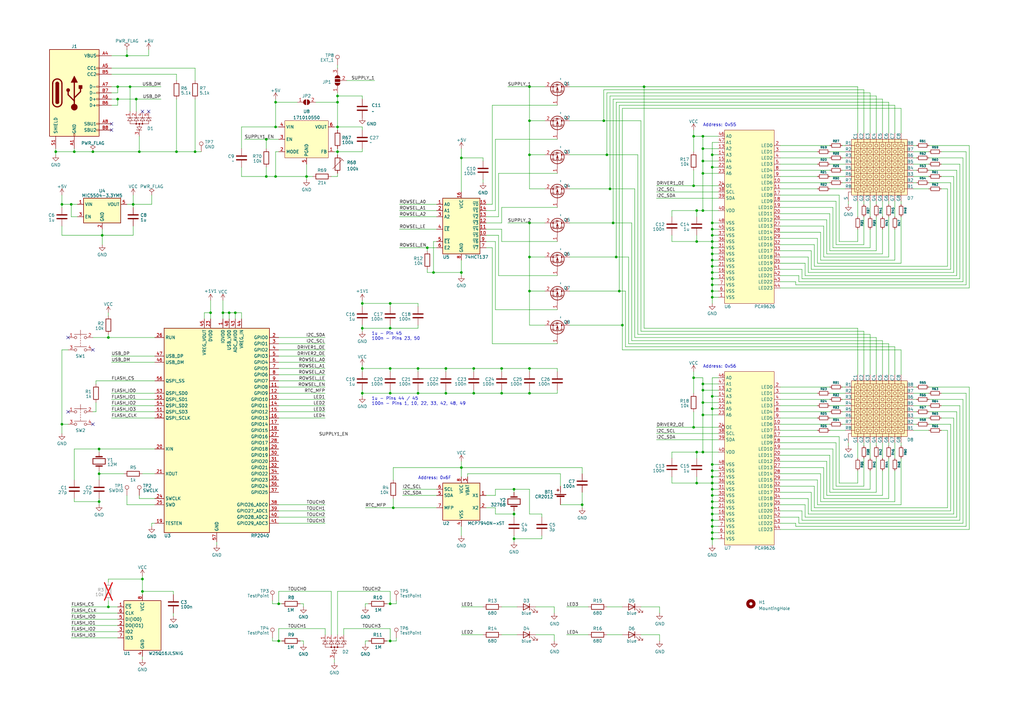
<source format=kicad_sch>
(kicad_sch (version 20230121) (generator eeschema)
  (paper "A3")
  (junction (at 40.64 205.74))
  (junction (at 48.26 35.56))
  (junction (at 40.64 184.15))
  (junction (at 288.29 157.48))
  (junction (at 48.26 40.64))
  (junction (at 194.31 151.13))
  (junction (at 171.45 161.29))
  (junction (at 148.59 134.62))
  (junction (at 177.8 111.76))
  (junction (at 29.21 83.82))
  (junction (at 210.82 210.82))
  (junction (at 284.48 175.26))
  (junction (at 251.46 91.44))
  (junction (at 205.74 161.29))
  (junction (at 217.17 35.56))
  (junction (at 247.65 49.53))
  (junction (at 292.1 63.5))
  (junction (at 292.1 114.3))
  (junction (at 30.48 62.23))
  (junction (at 292.1 203.2))
  (junction (at 292.1 215.9))
  (junction (at 254 119.38))
  (junction (at 292.1 193.04))
  (junction (at 44.45 248.92))
  (junction (at 22.86 62.23))
  (junction (at 55.88 40.64))
  (junction (at 44.45 138.43))
  (junction (at 217.17 119.38))
  (junction (at 288.29 55.88))
  (junction (at 109.22 57.15))
  (junction (at 160.02 262.89))
  (junction (at 292.1 96.52))
  (junction (at 292.1 116.84))
  (junction (at 288.29 60.96))
  (junction (at 160.02 161.29))
  (junction (at 96.52 128.27))
  (junction (at 292.1 200.66))
  (junction (at 189.23 191.77))
  (junction (at 217.17 161.29))
  (junction (at 72.39 62.23))
  (junction (at 292.1 213.36))
  (junction (at 125.73 72.39))
  (junction (at 217.17 105.41))
  (junction (at 292.1 91.44))
  (junction (at 264.16 35.56))
  (junction (at 138.43 41.91))
  (junction (at 160.02 247.65))
  (junction (at 288.29 71.12))
  (junction (at 189.23 111.76))
  (junction (at 288.29 160.02))
  (junction (at 292.1 208.28))
  (junction (at 80.01 62.23))
  (junction (at 38.1 62.23))
  (junction (at 288.29 66.04))
  (junction (at 217.17 91.44))
  (junction (at 52.07 22.86))
  (junction (at 292.1 218.44))
  (junction (at 284.48 154.94))
  (junction (at 210.82 200.66))
  (junction (at 288.29 170.18))
  (junction (at 292.1 205.74))
  (junction (at 292.1 93.98))
  (junction (at 91.44 128.27))
  (junction (at 41.91 96.52))
  (junction (at 292.1 195.58))
  (junction (at 292.1 220.98))
  (junction (at 189.23 64.77))
  (junction (at 113.03 72.39))
  (junction (at 292.1 109.22))
  (junction (at 292.1 119.38))
  (junction (at 248.92 63.5))
  (junction (at 54.61 83.82))
  (junction (at 182.88 161.29))
  (junction (at 114.3 247.65))
  (junction (at 285.75 86.36))
  (junction (at 292.1 101.6))
  (junction (at 292.1 167.64))
  (junction (at 113.03 41.91))
  (junction (at 217.17 63.5))
  (junction (at 285.75 185.42))
  (junction (at 292.1 210.82))
  (junction (at 292.1 190.5))
  (junction (at 217.17 49.53))
  (junction (at 25.4 173.99))
  (junction (at 161.29 208.28))
  (junction (at 148.59 151.13))
  (junction (at 292.1 111.76))
  (junction (at 25.4 83.82))
  (junction (at 138.43 39.37))
  (junction (at 182.88 151.13))
  (junction (at 292.1 198.12))
  (junction (at 86.36 128.27))
  (junction (at 250.19 77.47))
  (junction (at 109.22 72.39))
  (junction (at 160.02 151.13))
  (junction (at 292.1 162.56))
  (junction (at 252.73 105.41))
  (junction (at 57.15 62.23))
  (junction (at 288.29 86.36))
  (junction (at 292.1 106.68))
  (junction (at 210.82 220.98))
  (junction (at 138.43 52.07))
  (junction (at 114.3 262.89))
  (junction (at 58.42 242.57))
  (junction (at 284.48 76.2))
  (junction (at 288.29 165.1))
  (junction (at 113.03 52.07))
  (junction (at 138.43 62.23))
  (junction (at 292.1 99.06))
  (junction (at 194.31 161.29))
  (junction (at 148.59 124.46))
  (junction (at 255.27 133.35))
  (junction (at 292.1 68.58))
  (junction (at 292.1 104.14))
  (junction (at 285.75 198.12))
  (junction (at 53.34 35.56))
  (junction (at 93.98 128.27))
  (junction (at 284.48 55.88))
  (junction (at 285.75 99.06))
  (junction (at 175.26 101.6))
  (junction (at 238.76 207.01))
  (junction (at 288.29 185.42))
  (junction (at 58.42 237.49))
  (junction (at 40.64 194.31))
  (junction (at 160.02 134.62))
  (junction (at 292.1 121.92))
  (junction (at 205.74 151.13))
  (junction (at 171.45 151.13))
  (junction (at 217.17 151.13))
  (junction (at 160.02 124.46))
  (junction (at 148.59 161.29))
  (no_connect (at 38.1 173.99))
  (no_connect (at 45.72 50.8))
  (no_connect (at 27.94 138.43))
  (no_connect (at 45.72 53.34))
  (no_connect (at 58.42 45.72))
  (no_connect (at 27.94 168.91))
  (no_connect (at 38.1 143.51))
  (no_connect (at 60.96 45.72))
  (wire (pts (xy 292.1 218.44) (xy 292.1 220.98)))
  (wire (pts (xy 114.3 212.09) (xy 133.35 212.09)))
  (wire (pts (xy 160.02 125.73) (xy 160.02 124.46)))
  (wire (pts (xy 292.1 68.58) (xy 292.1 91.44)))
  (wire (pts (xy 345.44 59.69) (xy 346.71 59.69)))
  (wire (pts (xy 294.64 177.8) (xy 269.24 177.8)))
  (wire (pts (xy 194.31 151.13) (xy 182.88 151.13)))
  (wire (pts (xy 320.04 161.29) (xy 335.28 161.29)))
  (wire (pts (xy 339.09 189.23) (xy 320.04 189.23)))
  (wire (pts (xy 63.5 204.47) (xy 57.15 204.47)))
  (wire (pts (xy 204.47 71.12) (xy 228.6 71.12)))
  (wire (pts (xy 163.83 88.9) (xy 179.07 88.9)))
  (wire (pts (xy 191.77 194.31) (xy 191.77 195.58)))
  (wire (pts (xy 369.57 107.95) (xy 369.57 88.9)))
  (wire (pts (xy 320.04 204.47) (xy 331.47 204.47)))
  (wire (pts (xy 45.72 166.37) (xy 63.5 166.37)))
  (wire (pts (xy 129.54 41.91) (xy 138.43 41.91)))
  (wire (pts (xy 233.68 77.47) (xy 250.19 77.47)))
  (wire (pts (xy 320.04 168.91) (xy 340.36 168.91)))
  (wire (pts (xy 354.33 187.96) (xy 354.33 199.39)))
  (wire (pts (xy 294.64 99.06) (xy 292.1 99.06)))
  (wire (pts (xy 217.17 133.35) (xy 223.52 133.35)))
  (wire (pts (xy 340.36 87.63) (xy 320.04 87.63)))
  (wire (pts (xy 356.87 82.55) (xy 356.87 88.9)))
  (wire (pts (xy 320.04 64.77) (xy 340.36 64.77)))
  (wire (pts (xy 332.74 201.93) (xy 320.04 201.93)))
  (wire (pts (xy 292.1 203.2) (xy 292.1 205.74)))
  (wire (pts (xy 210.82 210.82) (xy 210.82 212.09)))
  (wire (pts (xy 361.95 54.61) (xy 361.95 40.64)))
  (wire (pts (xy 351.79 193.04) (xy 351.79 198.12)))
  (wire (pts (xy 359.41 102.87) (xy 340.36 102.87)))
  (wire (pts (xy 259.08 91.44) (xy 251.46 91.44)))
  (wire (pts (xy 336.55 205.74) (xy 336.55 194.31)))
  (wire (pts (xy 44.45 237.49) (xy 58.42 237.49)))
  (wire (pts (xy 217.17 161.29) (xy 205.74 161.29)))
  (wire (pts (xy 340.36 62.23) (xy 346.71 62.23)))
  (wire (pts (xy 205.74 151.13) (xy 194.31 151.13)))
  (wire (pts (xy 359.41 187.96) (xy 359.41 201.93)))
  (wire (pts (xy 58.42 269.24) (xy 58.42 270.51)))
  (wire (pts (xy 25.4 83.82) (xy 29.21 83.82)))
  (wire (pts (xy 354.33 135.89) (xy 354.33 153.67)))
  (wire (pts (xy 374.65 166.37) (xy 381 166.37)))
  (wire (pts (xy 294.64 101.6) (xy 292.1 101.6)))
  (wire (pts (xy 270.51 260.35) (xy 270.51 262.89)))
  (wire (pts (xy 292.1 96.52) (xy 292.1 99.06)))
  (wire (pts (xy 345.44 173.99) (xy 346.71 173.99)))
  (wire (pts (xy 285.75 86.36) (xy 285.75 88.9)))
  (wire (pts (xy 227.33 260.35) (xy 227.33 262.89)))
  (wire (pts (xy 171.45 151.13) (xy 160.02 151.13)))
  (wire (pts (xy 340.36 166.37) (xy 346.71 166.37)))
  (wire (pts (xy 62.23 214.63) (xy 62.23 215.9)))
  (wire (pts (xy 337.82 191.77) (xy 320.04 191.77)))
  (wire (pts (xy 255.27 260.35) (xy 248.92 260.35)))
  (wire (pts (xy 48.26 43.18) (xy 48.26 40.64)))
  (wire (pts (xy 210.82 201.93) (xy 210.82 200.66)))
  (wire (pts (xy 148.59 124.46) (xy 148.59 125.73)))
  (wire (pts (xy 54.61 83.82) (xy 54.61 85.09)))
  (wire (pts (xy 354.33 100.33) (xy 342.9 100.33)))
  (wire (pts (xy 356.87 193.04) (xy 356.87 200.66)))
  (wire (pts (xy 138.43 242.57) (xy 160.02 242.57)))
  (wire (pts (xy 275.59 187.96) (xy 275.59 185.42)))
  (wire (pts (xy 222.25 210.82) (xy 222.25 212.09)))
  (wire (pts (xy 294.64 180.34) (xy 269.24 180.34)))
  (wire (pts (xy 179.07 200.66) (xy 165.1 200.66)))
  (wire (pts (xy 359.41 181.61) (xy 359.41 182.88)))
  (wire (pts (xy 294.64 58.42) (xy 292.1 58.42)))
  (wire (pts (xy 374.65 64.77) (xy 375.92 64.77)))
  (wire (pts (xy 330.2 212.09) (xy 330.2 207.01)))
  (wire (pts (xy 292.1 121.92) (xy 292.1 124.46)))
  (wire (pts (xy 160.02 151.13) (xy 148.59 151.13)))
  (wire (pts (xy 217.17 160.02) (xy 217.17 161.29)))
  (wire (pts (xy 381 168.91) (xy 392.43 168.91)))
  (wire (pts (xy 160.02 151.13) (xy 160.02 152.4)))
  (wire (pts (xy 255.27 133.35) (xy 255.27 44.45)))
  (wire (pts (xy 331.47 105.41) (xy 331.47 111.76)))
  (wire (pts (xy 388.62 208.28) (xy 388.62 176.53)))
  (wire (pts (xy 114.3 62.23) (xy 113.03 62.23)))
  (wire (pts (xy 205.74 99.06) (xy 205.74 93.98)))
  (wire (pts (xy 205.74 161.29) (xy 194.31 161.29)))
  (wire (pts (xy 25.4 83.82) (xy 25.4 80.01)))
  (wire (pts (xy 203.2 86.36) (xy 203.2 57.15)))
  (wire (pts (xy 292.1 167.64) (xy 292.1 190.5)))
  (wire (pts (xy 284.48 76.2) (xy 284.48 69.85)))
  (wire (pts (xy 332.74 209.55) (xy 332.74 201.93)))
  (wire (pts (xy 149.86 208.28) (xy 161.29 208.28)))
  (wire (pts (xy 320.04 113.03) (xy 327.66 113.03)))
  (wire (pts (xy 320.04 100.33) (xy 334.01 100.33)))
  (wire (pts (xy 93.98 130.81) (xy 93.98 128.27)))
  (wire (pts (xy 138.43 71.12) (xy 138.43 72.39)))
  (wire (pts (xy 161.29 196.85) (xy 161.29 191.77)))
  (wire (pts (xy 288.29 160.02) (xy 288.29 157.48)))
  (wire (pts (xy 57.15 62.23) (xy 72.39 62.23)))
  (wire (pts (xy 255.27 248.92) (xy 248.92 248.92)))
  (wire (pts (xy 381 74.93) (xy 389.89 74.93)))
  (wire (pts (xy 111.76 262.89) (xy 111.76 261.62)))
  (wire (pts (xy 396.24 62.23) (xy 396.24 116.84)))
  (wire (pts (xy 99.06 72.39) (xy 109.22 72.39)))
  (wire (pts (xy 340.36 67.31) (xy 346.71 67.31)))
  (wire (pts (xy 41.91 96.52) (xy 54.61 96.52)))
  (wire (pts (xy 38.1 62.23) (xy 57.15 62.23)))
  (wire (pts (xy 335.28 97.79) (xy 335.28 107.95)))
  (wire (pts (xy 351.79 198.12) (xy 344.17 198.12)))
  (wire (pts (xy 326.39 215.9) (xy 326.39 214.63)))
  (wire (pts (xy 292.1 109.22) (xy 292.1 111.76)))
  (wire (pts (xy 135.89 72.39) (xy 138.43 72.39)))
  (wire (pts (xy 114.3 148.59) (xy 133.35 148.59)))
  (wire (pts (xy 114.3 207.01) (xy 133.35 207.01)))
  (wire (pts (xy 29.21 83.82) (xy 31.75 83.82)))
  (wire (pts (xy 393.7 166.37) (xy 393.7 213.36)))
  (wire (pts (xy 320.04 209.55) (xy 328.93 209.55)))
  (wire (pts (xy 158.75 262.89) (xy 160.02 262.89)))
  (wire (pts (xy 161.29 208.28) (xy 179.07 208.28)))
  (wire (pts (xy 148.59 40.64) (xy 148.59 39.37)))
  (wire (pts (xy 345.44 69.85) (xy 346.71 69.85)))
  (wire (pts (xy 48.26 40.64) (xy 55.88 40.64)))
  (wire (pts (xy 25.4 96.52) (xy 41.91 96.52)))
  (wire (pts (xy 381 59.69) (xy 397.51 59.69)))
  (wire (pts (xy 389.89 110.49) (xy 332.74 110.49)))
  (wire (pts (xy 45.72 38.1) (xy 48.26 38.1)))
  (wire (pts (xy 160.02 160.02) (xy 160.02 161.29)))
  (wire (pts (xy 52.07 83.82) (xy 54.61 83.82)))
  (wire (pts (xy 233.68 119.38) (xy 254 119.38)))
  (wire (pts (xy 356.87 153.67) (xy 356.87 137.16)))
  (wire (pts (xy 219.71 260.35) (xy 227.33 260.35)))
  (wire (pts (xy 294.64 76.2) (xy 284.48 76.2)))
  (wire (pts (xy 210.82 219.71) (xy 210.82 220.98)))
  (wire (pts (xy 114.3 168.91) (xy 133.35 168.91)))
  (wire (pts (xy 327.66 212.09) (xy 327.66 214.63)))
  (wire (pts (xy 31.75 88.9) (xy 29.21 88.9)))
  (wire (pts (xy 86.36 123.19) (xy 86.36 128.27)))
  (wire (pts (xy 247.65 49.53) (xy 247.65 36.83)))
  (wire (pts (xy 294.64 111.76) (xy 292.1 111.76)))
  (wire (pts (xy 288.29 55.88) (xy 294.64 55.88)))
  (wire (pts (xy 396.24 116.84) (xy 326.39 116.84)))
  (wire (pts (xy 340.36 72.39) (xy 346.71 72.39)))
  (wire (pts (xy 294.64 200.66) (xy 292.1 200.66)))
  (wire (pts (xy 285.75 185.42) (xy 285.75 187.96)))
  (wire (pts (xy 326.39 116.84) (xy 326.39 115.57)))
  (wire (pts (xy 39.37 156.21) (xy 63.5 156.21)))
  (wire (pts (xy 364.49 187.96) (xy 364.49 204.47)))
  (wire (pts (xy 38.1 138.43) (xy 44.45 138.43)))
  (wire (pts (xy 45.72 146.05) (xy 63.5 146.05)))
  (wire (pts (xy 194.31 151.13) (xy 194.31 152.4)))
  (wire (pts (xy 217.17 91.44) (xy 223.52 91.44)))
  (wire (pts (xy 275.59 99.06) (xy 285.75 99.06)))
  (wire (pts (xy 115.57 247.65) (xy 114.3 247.65)))
  (wire (pts (xy 361.95 203.2) (xy 339.09 203.2)))
  (wire (pts (xy 113.03 41.91) (xy 113.03 52.07)))
  (wire (pts (xy 341.63 200.66) (xy 341.63 184.15)))
  (wire (pts (xy 44.45 128.27) (xy 44.45 129.54)))
  (wire (pts (xy 326.39 214.63) (xy 320.04 214.63)))
  (wire (pts (xy 292.1 116.84) (xy 292.1 119.38)))
  (wire (pts (xy 320.04 105.41) (xy 331.47 105.41)))
  (wire (pts (xy 171.45 161.29) (xy 160.02 161.29)))
  (wire (pts (xy 288.29 66.04) (xy 288.29 71.12)))
  (wire (pts (xy 39.37 156.21) (xy 39.37 157.48)))
  (wire (pts (xy 162.56 262.89) (xy 162.56 261.62)))
  (wire (pts (xy 320.04 212.09) (xy 327.66 212.09)))
  (wire (pts (xy 217.17 35.56) (xy 223.52 35.56)))
  (wire (pts (xy 262.89 260.35) (xy 270.51 260.35)))
  (wire (pts (xy 91.44 128.27) (xy 91.44 130.81)))
  (wire (pts (xy 294.64 218.44) (xy 292.1 218.44)))
  (wire (pts (xy 88.9 222.25) (xy 88.9 223.52)))
  (wire (pts (xy 288.29 157.48) (xy 288.29 154.94)))
  (wire (pts (xy 114.3 214.63) (xy 133.35 214.63)))
  (wire (pts (xy 397.51 118.11) (xy 397.51 59.69)))
  (wire (pts (xy 340.36 161.29) (xy 346.71 161.29)))
  (wire (pts (xy 344.17 198.12) (xy 344.17 179.07)))
  (wire (pts (xy 292.1 213.36) (xy 292.1 215.9)))
  (wire (pts (xy 201.93 101.6) (xy 201.93 140.97)))
  (wire (pts (xy 330.2 207.01) (xy 320.04 207.01)))
  (wire (pts (xy 354.33 36.83) (xy 354.33 54.61)))
  (wire (pts (xy 275.59 195.58) (xy 275.59 198.12)))
  (wire (pts (xy 151.13 247.65) (xy 149.86 247.65)))
  (wire (pts (xy 40.64 185.42) (xy 40.64 184.15)))
  (wire (pts (xy 294.64 121.92) (xy 292.1 121.92)))
  (wire (pts (xy 217.17 49.53) (xy 223.52 49.53)))
  (wire (pts (xy 114.3 171.45) (xy 133.35 171.45)))
  (wire (pts (xy 163.83 86.36) (xy 179.07 86.36)))
  (wire (pts (xy 148.59 160.02) (xy 148.59 161.29)))
  (wire (pts (xy 255.27 143.51) (xy 369.57 143.51)))
  (wire (pts (xy 386.08 161.29) (xy 396.24 161.29)))
  (wire (pts (xy 285.75 99.06) (xy 292.1 99.06)))
  (wire (pts (xy 125.73 67.31) (xy 125.73 72.39)))
  (wire (pts (xy 53.34 35.56) (xy 53.34 45.72)))
  (wire (pts (xy 351.79 93.98) (xy 351.79 99.06)))
  (wire (pts (xy 391.16 72.39) (xy 386.08 72.39)))
  (wire (pts (xy 208.28 91.44) (xy 217.17 91.44)))
  (wire (pts (xy 149.86 262.89) (xy 149.86 264.16)))
  (wire (pts (xy 113.03 62.23) (xy 113.03 72.39)))
  (wire (pts (xy 292.1 91.44) (xy 292.1 93.98)))
  (wire (pts (xy 148.59 60.96) (xy 148.59 62.23)))
  (wire (pts (xy 160.02 161.29) (xy 148.59 161.29)))
  (wire (pts (xy 40.64 194.31) (xy 50.8 194.31)))
  (wire (pts (xy 284.48 53.34) (xy 284.48 55.88)))
  (wire (pts (xy 330.2 107.95) (xy 320.04 107.95)))
  (wire (pts (xy 233.68 49.53) (xy 247.65 49.53)))
  (wire (pts (xy 389.89 209.55) (xy 332.74 209.55)))
  (wire (pts (xy 285.75 198.12) (xy 292.1 198.12)))
  (wire (pts (xy 123.19 262.89) (xy 124.46 262.89)))
  (wire (pts (xy 138.43 62.23) (xy 138.43 63.5)))
  (wire (pts (xy 114.3 163.83) (xy 133.35 163.83)))
  (wire (pts (xy 175.26 111.76) (xy 177.8 111.76)))
  (wire (pts (xy 233.68 35.56) (xy 264.16 35.56)))
  (wire (pts (xy 292.1 190.5) (xy 292.1 193.04)))
  (wire (pts (xy 320.04 69.85) (xy 340.36 69.85)))
  (wire (pts (xy 228.6 161.29) (xy 217.17 161.29)))
  (wire (pts (xy 339.09 90.17) (xy 320.04 90.17)))
  (wire (pts (xy 392.43 168.91) (xy 392.43 212.09)))
  (wire (pts (xy 228.6 151.13) (xy 217.17 151.13)))
  (wire (pts (xy 160.02 134.62) (xy 148.59 134.62)))
  (wire (pts (xy 58.42 236.22) (xy 58.42 237.49)))
  (wire (pts (xy 189.23 191.77) (xy 238.76 191.77)))
  (wire (pts (xy 359.41 138.43) (xy 359.41 153.67)))
  (wire (pts (xy 140.97 257.81) (xy 160.02 257.81)))
  (wire (pts (xy 393.7 67.31) (xy 393.7 114.3)))
  (wire (pts (xy 203.2 127) (xy 228.6 127)))
  (wire (pts (xy 367.03 43.18) (xy 254 43.18)))
  (wire (pts (xy 48.26 38.1) (xy 48.26 35.56)))
  (wire (pts (xy 72.39 62.23) (xy 72.39 40.64)))
  (wire (pts (xy 29.21 88.9) (xy 29.21 83.82)))
  (wire (pts (xy 374.65 173.99) (xy 375.92 173.99)))
  (wire (pts (xy 294.64 193.04) (xy 292.1 193.04)))
  (wire (pts (xy 40.64 194.31) (xy 40.64 196.85)))
  (wire (pts (xy 356.87 200.66) (xy 341.63 200.66)))
  (wire (pts (xy 345.44 74.93) (xy 346.71 74.93)))
  (wire (pts (xy 247.65 36.83) (xy 354.33 36.83)))
  (wire (pts (xy 335.28 107.95) (xy 369.57 107.95)))
  (wire (pts (xy 396.24 215.9) (xy 326.39 215.9)))
  (wire (pts (xy 114.3 158.75) (xy 133.35 158.75)))
  (wire (pts (xy 351.79 134.62) (xy 264.16 134.62)))
  (wire (pts (xy 288.29 157.48) (xy 294.64 157.48)))
  (wire (pts (xy 294.64 106.68) (xy 292.1 106.68)))
  (wire (pts (xy 294.64 116.84) (xy 292.1 116.84)))
  (wire (pts (xy 345.44 163.83) (xy 346.71 163.83)))
  (wire (pts (xy 351.79 181.61) (xy 351.79 187.96)))
  (wire (pts (xy 109.22 72.39) (xy 113.03 72.39)))
  (wire (pts (xy 320.04 74.93) (xy 340.36 74.93)))
  (wire (pts (xy 331.47 210.82) (xy 391.16 210.82)))
  (wire (pts (xy 114.3 166.37) (xy 133.35 166.37)))
  (wire (pts (xy 217.17 49.53) (xy 217.17 63.5)))
  (wire (pts (xy 339.09 104.14) (xy 339.09 90.17)))
  (wire (pts (xy 294.64 190.5) (xy 292.1 190.5)))
  (wire (pts (xy 138.43 39.37) (xy 138.43 38.1)))
  (wire (pts (xy 148.59 39.37) (xy 138.43 39.37)))
  (wire (pts (xy 45.72 43.18) (xy 48.26 43.18)))
  (wire (pts (xy 22.86 62.23) (xy 22.86 63.5)))
  (wire (pts (xy 175.26 101.6) (xy 179.07 101.6)))
  (wire (pts (xy 217.17 63.5) (xy 223.52 63.5)))
  (wire (pts (xy 114.3 146.05) (xy 133.35 146.05)))
  (wire (pts (xy 292.1 205.74) (xy 292.1 208.28)))
  (wire (pts (xy 93.98 128.27) (xy 91.44 128.27)))
  (wire (pts (xy 204.47 71.12) (xy 204.47 88.9)))
  (wire (pts (xy 374.65 158.75) (xy 375.92 158.75)))
  (wire (pts (xy 294.64 78.74) (xy 269.24 78.74)))
  (wire (pts (xy 210.82 209.55) (xy 210.82 210.82)))
  (wire (pts (xy 340.36 176.53) (xy 346.71 176.53)))
  (wire (pts (xy 238.76 208.28) (xy 238.76 207.01)))
  (wire (pts (xy 171.45 125.73) (xy 171.45 124.46)))
  (wire (pts (xy 284.48 175.26) (xy 284.48 168.91)))
  (wire (pts (xy 347.98 181.61) (xy 347.98 182.88)))
  (wire (pts (xy 294.64 154.94) (xy 292.1 154.94)))
  (wire (pts (xy 386.08 62.23) (xy 396.24 62.23)))
  (wire (pts (xy 52.07 207.01) (xy 63.5 207.01)))
  (wire (pts (xy 233.68 91.44) (xy 251.46 91.44)))
  (wire (pts (xy 294.64 104.14) (xy 292.1 104.14)))
  (wire (pts (xy 260.35 138.43) (xy 359.41 138.43)))
  (wire (pts (xy 199.39 203.2) (xy 203.2 203.2)))
  (wire (pts (xy 113.03 52.07) (xy 99.06 52.07)))
  (wire (pts (xy 182.88 161.29) (xy 171.45 161.29)))
  (wire (pts (xy 194.31 160.02) (xy 194.31 161.29)))
  (wire (pts (xy 367.03 106.68) (xy 336.55 106.68)))
  (wire (pts (xy 396.24 161.29) (xy 396.24 215.9)))
  (wire (pts (xy 356.87 181.61) (xy 356.87 187.96)))
  (wire (pts (xy 294.64 208.28) (xy 292.1 208.28)))
  (wire (pts (xy 25.4 173.99) (xy 25.4 177.8)))
  (wire (pts (xy 189.23 215.9) (xy 189.23 219.71)))
  (wire (pts (xy 356.87 137.16) (xy 261.62 137.16)))
  (wire (pts (xy 217.17 35.56) (xy 217.17 49.53)))
  (wire (pts (xy 86.36 128.27) (xy 86.36 130.81)))
  (wire (pts (xy 57.15 55.88) (xy 57.15 62.23)))
  (wire (pts (xy 203.2 127) (xy 203.2 99.06)))
  (wire (pts (xy 361.95 139.7) (xy 259.08 139.7)))
  (wire (pts (xy 367.03 82.55) (xy 367.03 88.9)))
  (wire (pts (xy 294.64 81.28) (xy 269.24 81.28)))
  (wire (pts (xy 22.86 62.23) (xy 30.48 62.23)))
  (wire (pts (xy 217.17 63.5) (xy 217.17 77.47)))
  (wire (pts (xy 201.93 43.18) (xy 228.6 43.18)))
  (wire (pts (xy 254 43.18) (xy 254 119.38)))
  (wire (pts (xy 248.92 38.1) (xy 248.92 63.5)))
  (wire (pts (xy 285.75 185.42) (xy 288.29 185.42)))
  (wire (pts (xy 125.73 72.39) (xy 125.73 73.66)))
  (wire (pts (xy 292.1 167.64) (xy 294.64 167.64)))
  (wire (pts (xy 148.59 133.35) (xy 148.59 134.62)))
  (wire (pts (xy 109.22 57.15) (xy 109.22 60.96)))
  (wire (pts (xy 114.3 161.29) (xy 133.35 161.29)))
  (wire (pts (xy 161.29 204.47) (xy 161.29 208.28)))
  (wire (pts (xy 288.29 165.1) (xy 288.29 170.18)))
  (wire (pts (xy 262.89 135.89) (xy 354.33 135.89)))
  (wire (pts (xy 217.17 210.82) (xy 222.25 210.82)))
  (wire (pts (xy 171.45 133.35) (xy 171.45 134.62)))
  (wire (pts (xy 288.29 60.96) (xy 294.64 60.96)))
  (wire (pts (xy 320.04 62.23) (xy 335.28 62.23)))
  (wire (pts (xy 44.45 246.38) (xy 44.45 248.92)))
  (wire (pts (xy 344.17 80.01) (xy 320.04 80.01)))
  (wire (pts (xy 114.3 209.55) (xy 133.35 209.55)))
  (wire (pts (xy 388.62 109.22) (xy 388.62 77.47)))
  (wire (pts (xy 374.65 62.23) (xy 381 62.23)))
  (wire (pts (xy 204.47 96.52) (xy 204.47 113.03)))
  (wire (pts (xy 354.33 199.39) (xy 342.9 199.39)))
  (wire (pts (xy 203.2 200.66) (xy 210.82 200.66)))
  (wire (pts (xy 288.29 165.1) (xy 294.64 165.1)))
  (wire (pts (xy 292.1 195.58) (xy 292.1 198.12)))
  (wire (pts (xy 80.01 62.23) (xy 82.55 62.23)))
  (wire (pts (xy 351.79 35.56) (xy 351.79 54.61)))
  (wire (pts (xy 40.64 204.47) (xy 40.64 205.74)))
  (wire (pts (xy 142.24 33.02) (xy 153.67 33.02)))
  (wire (pts (xy 285.75 96.52) (xy 285.75 99.06)))
  (wire (pts (xy 292.1 63.5) (xy 294.64 63.5)))
  (wire (pts (xy 292.1 162.56) (xy 294.64 162.56)))
  (wire (pts (xy 45.72 171.45) (xy 63.5 171.45)))
  (wire (pts (xy 58.42 243.84) (xy 58.42 242.57)))
  (wire (pts (xy 275.59 86.36) (xy 285.75 86.36)))
  (wire (pts (xy 288.29 160.02) (xy 294.64 160.02)))
  (wire (pts (xy 337.82 92.71) (xy 320.04 92.71)))
  (wire (pts (xy 275.59 198.12) (xy 285.75 198.12)))
  (wire (pts (xy 361.95 40.64) (xy 251.46 40.64)))
  (wire (pts (xy 344.17 179.07) (xy 320.04 179.07)))
  (wire (pts (xy 342.9 100.33) (xy 342.9 82.55)))
  (wire (pts (xy 330.2 113.03) (xy 330.2 107.95)))
  (wire (pts (xy 160.02 247.65) (xy 162.56 247.65)))
  (wire (pts (xy 262.89 248.92) (xy 270.51 248.92)))
  (wire (pts (xy 386.08 166.37) (xy 393.7 166.37)))
  (wire (pts (xy 369.57 181.61) (xy 369.57 182.88)))
  (wire (pts (xy 39.37 165.1) (xy 39.37 168.91)))
  (wire (pts (xy 54.61 83.82) (xy 62.23 83.82)))
  (wire (pts (xy 292.1 114.3) (xy 292.1 116.84)))
  (wire (pts (xy 137.16 52.07) (xy 138.43 52.07)))
  (wire (pts (xy 114.3 138.43) (xy 133.35 138.43)))
  (wire (pts (xy 294.64 71.12) (xy 288.29 71.12)))
  (wire (pts (xy 250.19 77.47) (xy 250.19 39.37)))
  (wire (pts (xy 364.49 181.61) (xy 364.49 182.88)))
  (wire (pts (xy 109.22 57.15) (xy 114.3 57.15)))
  (wire (pts (xy 83.82 130.81) (xy 83.82 128.27)))
  (wire (pts (xy 160.02 124.46) (xy 148.59 124.46)))
  (wire (pts (xy 292.1 58.42) (xy 292.1 63.5)))
  (wire (pts (xy 345.44 158.75) (xy 346.71 158.75)))
  (wire (pts (xy 148.59 149.86) (xy 148.59 151.13)))
  (wire (pts (xy 334.01 199.39) (xy 334.01 208.28)))
  (wire (pts (xy 294.64 96.52) (xy 292.1 96.52)))
  (wire (pts (xy 344.17 99.06) (xy 344.17 80.01)))
  (wire (pts (xy 342.9 82.55) (xy 320.04 82.55)))
  (wire (pts (xy 114.3 242.57) (xy 114.3 247.65)))
  (wire (pts (xy 367.03 153.67) (xy 367.03 142.24)))
  (wire (pts (xy 361.95 93.98) (xy 361.95 104.14)))
  (wire (pts (xy 264.16 35.56) (xy 351.79 35.56)))
  (wire (pts (xy 148.59 134.62) (xy 148.59 135.89)))
  (wire (pts (xy 30.48 204.47) (xy 30.48 205.74)))
  (wire (pts (xy 217.17 151.13) (xy 205.74 151.13)))
  (wire (pts (xy 336.55 95.25) (xy 320.04 95.25)))
  (wire (pts (xy 320.04 72.39) (xy 335.28 72.39)))
  (wire (pts (xy 264.16 35.56) (xy 264.16 134.62)))
  (wire (pts (xy 138.43 26.67) (xy 138.43 27.94)))
  (wire (pts (xy 260.35 77.47) (xy 260.35 138.43)))
  (wire (pts (xy 251.46 40.64) (xy 251.46 91.44)))
  (wire (pts (xy 255.27 133.35) (xy 255.27 143.51)))
  (wire (pts (xy 294.64 93.98) (xy 292.1 93.98)))
  (wire (pts (xy 45.72 163.83) (xy 63.5 163.83)))
  (wire (pts (xy 199.39 96.52) (xy 204.47 96.52)))
  (wire (pts (xy 294.64 215.9) (xy 292.1 215.9)))
  (wire (pts (xy 45.72 40.64) (xy 48.26 40.64)))
  (wire (pts (xy 27.94 143.51) (xy 25.4 143.51)))
  (wire (pts (xy 256.54 142.24) (xy 256.54 119.38)))
  (wire (pts (xy 189.23 111.76) (xy 189.23 113.03)))
  (wire (pts (xy 113.03 41.91) (xy 121.92 41.91)))
  (wire (pts (xy 203.2 99.06) (xy 199.39 99.06)))
  (wire (pts (xy 125.73 72.39) (xy 128.27 72.39)))
  (wire (pts (xy 138.43 242.57) (xy 138.43 260.35)))
  (wire (pts (xy 374.65 171.45) (xy 381 171.45)))
  (wire (pts (xy 361.95 104.14) (xy 339.09 104.14)))
  (wire (pts (xy 233.68 133.35) (xy 255.27 133.35)))
  (wire (pts (xy 198.12 260.35) (xy 189.23 260.35)))
  (wire (pts (xy 292.1 68.58) (xy 294.64 68.58)))
  (wire (pts (xy 217.17 105.41) (xy 217.17 119.38)))
  (wire (pts (xy 138.43 52.07) (xy 138.43 41.91)))
  (wire (pts (xy 320.04 163.83) (xy 340.36 163.83)))
  (wire (pts (xy 163.83 83.82) (xy 179.07 83.82)))
  (wire (pts (xy 320.04 176.53) (xy 335.28 176.53)))
  (wire (pts (xy 320.04 118.11) (xy 397.51 118.11)))
  (wire (pts (xy 203.2 210.82) (xy 210.82 210.82)))
  (wire (pts (xy 292.1 99.06) (xy 292.1 101.6)))
  (wire (pts (xy 392.43 212.09) (xy 330.2 212.09)))
  (wire (pts (xy 320.04 110.49) (xy 328.93 110.49)))
  (wire (pts (xy 158.75 247.65) (xy 160.02 247.65)))
  (wire (pts (xy 374.65 69.85) (xy 375.92 69.85)))
  (wire (pts (xy 58.42 237.49) (xy 58.42 242.57)))
  (wire (pts (xy 364.49 140.97) (xy 364.49 153.67)))
  (wire (pts (xy 389.89 173.99) (xy 389.89 209.55)))
  (wire (pts (xy 250.19 39.37) (xy 359.41 39.37)))
  (wire (pts (xy 138.43 52.07) (xy 148.59 52.07)))
  (wire (pts (xy 328.93 213.36) (xy 393.7 213.36)))
  (wire (pts (xy 30.48 205.74) (xy 40.64 205.74)))
  (wire (pts (xy 320.04 217.17) (xy 397.51 217.17)))
  (wire (pts (xy 229.87 194.31) (xy 191.77 194.31)))
  (wire (pts (xy 369.57 82.55) (xy 369.57 83.82)))
  (wire (pts (xy 57.15 204.47) (xy 57.15 203.2)))
  (wire (pts (xy 269.24 175.26) (xy 284.48 175.26)))
  (wire (pts (xy 62.23 80.01) (xy 62.23 83.82)))
  (wire (pts (xy 292.1 210.82) (xy 292.1 213.36)))
  (wire (pts (xy 114.3 143.51) (xy 133.35 143.51)))
  (wire (pts (xy 189.23 106.68) (xy 189.23 111.76)))
  (wire (pts (xy 29.21 251.46) (xy 48.26 251.46)))
  (wire (pts (xy 109.22 68.58) (xy 109.22 72.39)))
  (wire (pts (xy 58.42 242.57) (xy 71.12 242.57)))
  (wire (pts (xy 332.74 102.87) (xy 320.04 102.87)))
  (wire (pts (xy 374.65 168.91) (xy 375.92 168.91)))
  (wire (pts (xy 337.82 105.41) (xy 337.82 92.71)))
  (wire (pts (xy 114.3 247.65) (xy 111.76 247.65)))
  (wire (pts (xy 356.87 93.98) (xy 356.87 101.6)))
  (wire (pts (xy 252.73 105.41) (xy 252.73 41.91)))
  (wire (pts (xy 367.03 193.04) (xy 367.03 205.74)))
  (wire (pts (xy 328.93 209.55) (xy 328.93 213.36)))
  (wire (pts (xy 52.07 22.86) (xy 45.72 22.86)))
  (wire (pts (xy 45.72 35.56) (xy 48.26 35.56)))
  (wire (pts (xy 205.74 85.09) (xy 228.6 85.09)))
  (wire (pts (xy 331.47 204.47) (xy 331.47 210.82)))
  (wire (pts (xy 292.1 198.12) (xy 292.1 200.66)))
  (wire (pts (xy 201.93 43.18) (xy 201.93 83.82)))
  (wire (pts (xy 58.42 194.31) (xy 63.5 194.31)))
  (wire (pts (xy 397.51 217.17) (xy 397.51 158.75)))
  (wire (pts (xy 210.82 200.66) (xy 217.17 200.66)))
  (wire (pts (xy 292.1 215.9) (xy 292.1 218.44)))
  (wire (pts (xy 149.86 247.65) (xy 149.86 248.92)))
  (wire (pts (xy 335.28 207.01) (xy 369.57 207.01)))
  (wire (pts (xy 29.21 259.08) (xy 48.26 259.08)))
  (wire (pts (xy 238.76 191.77) (xy 238.76 194.31)))
  (wire (pts (xy 40.64 205.74) (xy 40.64 207.01)))
  (wire (pts (xy 252.73 105.41) (xy 257.81 105.41)))
  (wire (pts (xy 275.59 96.52) (xy 275.59 99.06)))
  (wire (pts (xy 201.93 140.97) (xy 228.6 140.97)))
  (wire (pts (xy 394.97 214.63) (xy 394.97 163.83)))
  (wire (pts (xy 369.57 44.45) (xy 369.57 54.61)))
  (wire (pts (xy 288.29 71.12) (xy 288.29 86.36)))
  (wire (pts (xy 199.39 86.36) (xy 203.2 86.36)))
  (wire (pts (xy 233.68 63.5) (xy 248.92 63.5)))
  (wire (pts (xy 294.64 170.18) (xy 288.29 170.18)))
  (wire (pts (xy 374.65 59.69) (xy 375.92 59.69)))
  (wire (pts (xy 359.41 88.9) (xy 359.41 102.87)))
  (wire (pts (xy 72.39 30.48) (xy 72.39 33.02)))
  (wire (pts (xy 394.97 115.57) (xy 394.97 64.77)))
  (wire (pts (xy 210.82 220.98) (xy 210.82 222.25)))
  (wire (pts (xy 204.47 113.03) (xy 228.6 113.03)))
  (wire (pts (xy 361.95 82.55) (xy 361.95 88.9)))
  (wire (pts (xy 148.59 52.07) (xy 148.59 53.34)))
  (wire (pts (xy 288.29 66.04) (xy 294.64 66.04)))
  (wire (pts (xy 137.16 62.23) (xy 138.43 62.23)))
  (wire (pts (xy 54.61 80.01) (xy 54.61 83.82)))
  (wire (pts (xy 114.3 151.13) (xy 133.35 151.13)))
  (wire (pts (xy 284.48 154.94) (xy 284.48 161.29)))
  (wire (pts (xy 359.41 39.37) (xy 359.41 54.61)))
  (wire (pts (xy 292.1 101.6) (xy 292.1 104.14)))
  (wire (pts (xy 29.21 256.54) (xy 48.26 256.54)))
  (wire (pts (xy 386.08 67.31) (xy 393.7 67.31)))
  (wire (pts (xy 354.33 181.61) (xy 354.33 182.88)))
  (wire (pts (xy 294.64 175.26) (xy 284.48 175.26)))
  (wire (pts (xy 45.72 168.91) (xy 63.5 168.91)))
  (wire (pts (xy 114.3 156.21) (xy 133.35 156.21)))
  (wire (pts (xy 204.47 88.9) (xy 199.39 88.9)))
  (wire (pts (xy 342.9 199.39) (xy 342.9 181.61)))
  (wire (pts (xy 255.27 44.45) (xy 369.57 44.45)))
  (wire (pts (xy 205.74 151.13) (xy 205.74 152.4)))
  (wire (pts (xy 30.48 184.15) (xy 40.64 184.15)))
  (wire (pts (xy 259.08 139.7) (xy 259.08 91.44)))
  (wire (pts (xy 294.64 195.58) (xy 292.1 195.58)))
  (wire (pts (xy 328.93 110.49) (xy 328.93 114.3)))
  (wire (pts (xy 292.1 193.04) (xy 292.1 195.58)))
  (wire (pts (xy 71.12 242.57) (xy 71.12 243.84)))
  (wire (pts (xy 148.59 62.23) (xy 138.43 62.23)))
  (wire (pts (xy 233.68 105.41) (xy 252.73 105.41)))
  (wire (pts (xy 44.45 238.76) (xy 44.45 237.49)))
  (wire (pts (xy 189.23 60.96) (xy 189.23 64.77)))
  (wire (pts (xy 328.93 114.3) (xy 393.7 114.3)))
  (wire (pts (xy 262.89 49.53) (xy 262.89 135.89)))
  (wire (pts (xy 275.59 88.9) (xy 275.59 86.36)))
  (wire (pts (xy 364.49 88.9) (xy 364.49 105.41)))
  (wire (pts (xy 326.39 115.57) (xy 320.04 115.57)))
  (wire (pts (xy 55.88 40.64) (xy 66.04 40.64)))
  (wire (pts (xy 217.17 151.13) (xy 217.17 152.4)))
  (wire (pts (xy 45.72 148.59) (xy 63.5 148.59)))
  (wire (pts (xy 113.03 40.64) (xy 113.03 41.91)))
  (wire (pts (xy 29.21 248.92) (xy 44.45 248.92)))
  (wire (pts (xy 345.44 64.77) (xy 346.71 64.77)))
  (wire (pts (xy 345.44 168.91) (xy 346.71 168.91)))
  (wire (pts (xy 151.13 262.89) (xy 149.86 262.89)))
  (wire (pts (xy 205.74 93.98) (xy 199.39 93.98)))
  (wire (pts (xy 351.79 82.55) (xy 351.79 88.9)))
  (wire (pts (xy 123.19 247.65) (xy 124.46 247.65)))
  (wire (pts (xy 292.1 200.66) (xy 292.1 203.2)))
  (wire (pts (xy 257.81 140.97) (xy 364.49 140.97)))
  (wire (pts (xy 217.17 119.38) (xy 217.17 133.35)))
  (wire (pts (xy 182.88 151.13) (xy 171.45 151.13)))
  (wire (pts (xy 114.3 262.89) (xy 111.76 262.89)))
  (wire (pts (xy 335.28 196.85) (xy 335.28 207.01)))
  (wire (pts (xy 241.3 260.35) (xy 232.41 260.35)))
  (wire (pts (xy 161.29 191.77) (xy 189.23 191.77)))
  (wire (pts (xy 217.17 119.38) (xy 223.52 119.38)))
  (wire (pts (xy 80.01 27.94) (xy 80.01 33.02)))
  (wire (pts (xy 391.16 171.45) (xy 386.08 171.45)))
  (wire (pts (xy 91.44 123.19) (xy 91.44 128.27)))
  (wire (pts (xy 394.97 163.83) (xy 381 163.83)))
  (wire (pts (xy 247.65 49.53) (xy 262.89 49.53)))
  (wire (pts (xy 381 173.99) (xy 389.89 173.99)))
  (wire (pts (xy 288.29 66.04) (xy 288.29 60.96)))
  (wire (pts (xy 72.39 62.23) (xy 80.01 62.23)))
  (wire (pts (xy 111.76 247.65) (xy 111.76 246.38)))
  (wire (pts (xy 60.96 22.86) (xy 52.07 22.86)))
  (wire (pts (xy 270.51 248.92) (xy 270.51 251.46)))
  (wire (pts (xy 40.64 193.04) (xy 40.64 194.31)))
  (wire (pts (xy 29.21 261.62) (xy 48.26 261.62)))
  (wire (pts (xy 222.25 220.98) (xy 210.82 220.98)))
  (wire (pts (xy 222.25 219.71) (xy 222.25 220.98)))
  (wire (pts (xy 341.63 101.6) (xy 341.63 85.09)))
  (wire (pts (xy 54.61 96.52) (xy 54.61 92.71)))
  (wire (pts (xy 99.06 68.58) (xy 99.06 72.39)))
  (wire (pts (xy 331.47 111.76) (xy 391.16 111.76)))
  (wire (pts (xy 25.4 92.71) (xy 25.4 96.52)))
  (wire (pts (xy 342.9 181.61) (xy 320.04 181.61)))
  (wire (pts (xy 160.02 133.35) (xy 160.02 134.62)))
  (wire (pts (xy 359.41 82.55) (xy 359.41 83.82)))
  (wire (pts (xy 198.12 66.04) (xy 198.12 64.77)))
  (wire (pts (xy 381 69.85) (xy 392.43 69.85)))
  (wire (pts (xy 340.36 171.45) (xy 346.71 171.45)))
  (wire (pts (xy 320.04 97.79) (xy 335.28 97.79)))
  (wire (pts (xy 217.17 91.44) (xy 217.17 105.41)))
  (wire (pts (xy 60.96 20.32) (xy 60.96 22.86)))
  (wire (pts (xy 367.03 181.61) (xy 367.03 187.96)))
  (wire (pts (xy 182.88 160.02) (xy 182.88 161.29)))
  (wire (pts (xy 356.87 101.6) (xy 341.63 101.6)))
  (wire (pts (xy 100.33 57.15) (xy 109.22 57.15)))
  (wire (pts (xy 332.74 110.49) (xy 332.74 102.87)))
  (wire (pts (xy 217.17 77.47) (xy 223.52 77.47)))
  (wire (pts (xy 160.02 262.89) (xy 162.56 262.89)))
  (wire (pts (xy 320.04 173.99) (xy 340.36 173.99)))
  (wire (pts (xy 189.23 191.77) (xy 189.23 195.58)))
  (wire (pts (xy 294.64 198.12) (xy 292.1 198.12)))
  (wire (pts (xy 137.16 270.51) (xy 137.16 271.78)))
  (wire (pts (xy 369.57 207.01) (xy 369.57 187.96)))
  (wire (pts (xy 53.34 35.56) (xy 66.04 35.56)))
  (wire (pts (xy 292.1 119.38) (xy 292.1 121.92)))
  (wire (pts (xy 269.24 76.2) (xy 284.48 76.2)))
  (wire (pts (xy 320.04 77.47) (xy 335.28 77.47)))
  (wire (pts (xy 284.48 55.88) (xy 288.29 55.88)))
  (wire (pts (xy 113.03 72.39) (xy 125.73 72.39)))
  (wire (pts (xy 115.57 262.89) (xy 114.3 262.89)))
  (wire (pts (xy 374.65 161.29) (xy 381 161.29)))
  (wire (pts (xy 55.88 40.64) (xy 55.88 45.72)))
  (wire (pts (xy 351.79 99.06) (xy 344.17 99.06)))
  (wire (pts (xy 203.2 208.28) (xy 203.2 210.82)))
  (wire (pts (xy 48.26 35.56) (xy 53.34 35.56)))
  (wire (pts (xy 40.64 184.15) (xy 63.5 184.15)))
  (wire (pts (xy 320.04 158.75) (xy 340.36 158.75)))
  (wire (pts (xy 113.03 52.07) (xy 114.3 52.07)))
  (wire (pts (xy 228.6 152.4) (xy 228.6 151.13)))
  (wire (pts (xy 171.45 151.13) (xy 171.45 152.4)))
  (wire (pts (xy 39.37 168.91) (xy 38.1 168.91)))
  (wire (pts (xy 327.66 115.57) (xy 394.97 115.57)))
  (wire (pts (xy 394.97 64.77) (xy 381 64.77)))
  (wire (pts (xy 163.83 93.98) (xy 179.07 93.98)))
  (wire (pts (xy 138.43 39.37) (xy 138.43 41.91)))
  (wire (pts (xy 177.8 111.76) (xy 189.23 111.76)))
  (wire (pts (xy 285.75 86.36) (xy 288.29 86.36)))
  (wire (pts (xy 241.3 248.92) (xy 232.41 248.92)))
  (wire (pts (xy 320.04 59.69) (xy 340.36 59.69)))
  (wire (pts (xy 114.3 257.81) (xy 133.35 257.81)))
  (wire (pts (xy 374.65 176.53) (xy 381 176.53)))
  (wire (pts (xy 374.65 74.93) (xy 375.92 74.93)))
  (wire (pts (xy 361.95 181.61) (xy 361.95 187.96)))
  (wire (pts (xy 148.59 123.19) (xy 148.59 124.46)))
  (wire (pts (xy 354.33 82.55) (xy 354.33 83.82)))
  (wire (pts (xy 163.83 101.6) (xy 175.26 101.6)))
  (wire (pts (xy 292.1 208.28) (xy 292.1 210.82)))
  (wire (pts (xy 71.12 251.46) (xy 71.12 252.73)))
  (wire (pts (xy 198.12 248.92) (xy 189.23 248.92)))
  (wire (pts (xy 392.43 69.85) (xy 392.43 113.03)))
  (wire (pts (xy 203.2 203.2) (xy 203.2 200.66)))
  (wire (pts (xy 341.63 85.09) (xy 320.04 85.09)))
  (wire (pts (xy 275.59 185.42) (xy 285.75 185.42)))
  (wire (pts (xy 175.26 101.6) (xy 175.26 102.87)))
  (wire (pts (xy 261.62 63.5) (xy 248.92 63.5)))
  (wire (pts (xy 374.65 72.39) (xy 381 72.39)))
  (wire (pts (xy 160.02 242.57) (xy 160.02 247.65)))
  (wire (pts (xy 41.91 93.98) (xy 41.91 96.52)))
  (wire (pts (xy 194.31 161.29) (xy 182.88 161.29)))
  (wire (pts (xy 52.07 203.2) (xy 52.07 207.01)))
  (wire (pts (xy 44.45 137.16) (xy 44.45 138.43)))
  (wire (pts (xy 284.48 154.94) (xy 288.29 154.94)))
  (wire (pts (xy 217.17 105.41) (xy 223.52 105.41)))
  (wire (pts (xy 288.29 170.18) (xy 288.29 185.42)))
  (wire (pts (xy 364.49 105.41) (xy 337.82 105.41)))
  (wire (pts (xy 179.07 99.06) (xy 177.8 99.06)))
  (wire (pts (xy 189.23 78.74) (xy 189.23 64.77)))
  (wire (pts (xy 256.54 119.38) (xy 254 119.38)))
  (wire (pts (xy 25.4 143.51) (xy 25.4 173.99)))
  (wire (pts (xy 135.89 242.57) (xy 135.89 260.35)))
  (wire (pts (xy 205.74 91.44) (xy 205.74 85.09)))
  (wire (pts (xy 340.36 77.47) (xy 346.71 77.47)))
  (wire (pts (xy 179.07 203.2) (xy 165.1 203.2)))
  (wire (pts (xy 162.56 247.65) (xy 162.56 246.38)))
  (wire (pts (xy 171.45 160.02) (xy 171.45 161.29)))
  (wire (pts (xy 171.45 134.62) (xy 160.02 134.62)))
  (wire (pts (xy 288.29 165.1) (xy 288.29 160.02)))
  (wire (pts (xy 177.8 99.06) (xy 177.8 111.76)))
  (wire (pts (xy 261.62 137.16) (xy 261.62 63.5)))
  (wire (pts (xy 284.48 55.88) (xy 284.48 62.23)))
  (wire (pts (xy 294.64 210.82) (xy 292.1 210.82)))
  (wire (pts (xy 44.45 248.92) (xy 48.26 248.92)))
  (wire (pts (xy 252.73 41.91) (xy 364.49 41.91)))
  (wire (pts (xy 340.36 102.87) (xy 340.36 87.63)))
  (wire (pts (xy 292.1 106.68) (xy 292.1 109.22)))
  (wire (pts (xy 83.82 128.27) (xy 86.36 128.27)))
  (wire (pts (xy 208.28 35.56) (xy 217.17 35.56)))
  (wire (pts (xy 334.01 100.33) (xy 334.01 109.22)))
  (wire (pts (xy 292.1 162.56) (xy 292.1 167.64)))
  (wire (pts (xy 212.09 260.35) (xy 205.74 260.35)))
  (wire (pts (xy 199.39 83.82) (xy 201.93 83.82)))
  (wire (pts (xy 99.06 130.81) (xy 99.06 128.27)))
  (wire (pts (xy 327.66 113.03) (xy 327.66 115.57)))
  (wire (pts (xy 114.3 257.81) (xy 114.3 262.89)))
  (wire (pts (xy 45.72 30.48) (xy 72.39 30.48)))
  (wire (pts (xy 114.3 153.67) (xy 133.35 153.67)))
  (wire (pts (xy 320.04 67.31) (xy 335.28 67.31)))
  (wire (pts (xy 41.91 96.52) (xy 41.91 100.33)))
  (wire (pts (xy 389.89 74.93) (xy 389.89 110.49)))
  (wire (pts (xy 347.98 82.55) (xy 347.98 83.82)))
  (wire (pts (xy 354.33 88.9) (xy 354.33 100.33)))
  (wire (pts (xy 336.55 194.31) (xy 320.04 194.31)))
  (wire (pts (xy 96.52 128.27) (xy 93.98 128.27)))
  (wire (pts (xy 361.95 193.04) (xy 361.95 203.2)))
  (wire (pts (xy 114.3 140.97) (xy 133.35 140.97)))
  (wire (pts (xy 294.64 203.2) (xy 292.1 203.2)))
  (wire (pts (xy 320.04 171.45) (xy 335.28 171.45)))
  (wire (pts (xy 160.02 257.81) (xy 160.02 262.89)))
  (wire (pts (xy 45.72 161.29) (xy 63.5 161.29)))
  (wire (pts (xy 30.48 62.23) (xy 38.1 62.23)))
  (wire (pts (xy 199.39 208.28) (xy 203.2 208.28)))
  (wire (pts (xy 285.75 195.58) (xy 285.75 198.12)))
  (wire (pts (xy 171.45 124.46) (xy 160.02 124.46)))
  (wire (pts (xy 294.64 109.22) (xy 292.1 109.22)))
  (wire (pts (xy 327.66 214.63) (xy 394.97 214.63)))
  (wire (pts (xy 189.23 189.23) (xy 189.23 191.77)))
  (wire (pts (xy 340.36 201.93) (xy 340.36 186.69)))
  (wire (pts (xy 124.46 247.65) (xy 124.46 248.92)))
  (wire (pts (xy 30.48 184.15) (xy 30.48 196.85)))
  (wire (pts (xy 99.06 128.27) (xy 96.52 128.27)))
  (wire (pts (xy 182.88 151.13) (xy 182.88 152.4)))
  (wire (pts (xy 388.62 77.47) (xy 386.08 77.47)))
  (wire (pts (xy 229.87 199.39) (xy 229.87 194.31)))
  (wire (pts (xy 198.12 73.66) (xy 198.12 74.93)))
  (wire (pts (xy 228.6 160.02) (xy 228.6 161.29)))
  (wire (pts (xy 288.29 60.96) (xy 288.29 55.88)))
  (wire (pts (xy 356.87 38.1) (xy 248.92 38.1)))
  (wire (pts (xy 25.4 173.99) (xy 27.94 173.99)))
  (wire (pts (xy 361.95 153.67) (xy 361.95 139.7)))
  (wire (pts (xy 294.64 220.98) (xy 292.1 220.98)))
  (wire (pts (xy 99.06 52.07) (xy 99.06 60.96)))
  (wire (pts (xy 205.74 160.02) (xy 205.74 161.29)))
  (wire (pts (xy 288.29 86.36) (xy 294.64 86.36)))
  (wire (pts (xy 229.87 207.01) (xy 238.76 207.01)))
  (wire (pts (xy 292.1 93.98) (xy 292.1 96.52)))
  (wire (pts (xy 337.82 204.47) (xy 337.82 191.77)))
  (wire (pts (xy 292.1 63.5) (xy 292.1 68.58)))
  (wire (pts (xy 227.33 248.92) (xy 227.33 251.46)))
  (wire (pts (xy 238.76 201.93) (xy 238.76 207.01)))
  (wire (pts (xy 294.64 91.44) (xy 292.1 91.44)))
  (wire (pts (xy 334.01 208.28) (xy 388.62 208.28)))
  (wire (pts (xy 133.35 260.35) (xy 133.35 257.81)))
  (wire (pts (xy 140.97 257.81) (xy 140.97 260.35)))
  (wire (pts (xy 96.52 130.81) (xy 96.52 128.27)))
  (wire (pts (xy 356.87 54.61) (xy 356.87 38.1)))
  (wire (pts (xy 359.41 201.93) (xy 340.36 201.93)))
  (wire (pts (xy 198.12 64.77) (xy 189.23 64.77)))
  (wire (pts (xy 217.17 200.66) (xy 217.17 210.82)))
  (wire (pts (xy 292.1 104.14) (xy 292.1 106.68)))
  (wire (pts (xy 388.62 176.53) (xy 386.08 176.53)))
  (wire (pts (xy 369.57 143.51) (xy 369.57 153.67)))
  (wire (pts (xy 219.71 248.92) (xy 227.33 248.92)))
  (wire (pts (xy 334.01 109.22) (xy 388.62 109.22)))
  (wire (pts (xy 44.45 138.43) (xy 63.5 138.43)))
  (wire (pts (xy 320.04 199.39) (xy 334.01 199.39)))
  (wire (pts (xy 294.64 114.3) (xy 292.1 114.3)))
  (wire (pts (xy 294.64 205.74) (xy 292.1 205.74)))
  (wire (pts (xy 257.81 105.41) (xy 257.81 140.97)))
  (wire (pts (xy 364.49 204.47) (xy 337.82 204.47)))
  (wire (pts (xy 392.43 113.03) (xy 330.2 113.03)))
  (wire (pts (xy 29.21 254) (xy 48.26 254)))
  (wire (pts (xy 175.26 111.76) (xy 175.26 110.49)))
  (wire (pts (xy 364.49 82.55) (xy 364.49 83.82)))
  (wire (pts (xy 45.72 27.94) (xy 80.01 27.94)))
  (wire (pts (xy 320.04 166.37) (xy 335.28 166.37)))
  (wire (pts (xy 114.3 242.57) (xy 135.89 242.57)))
  (wire (pts (xy 351.79 153.67) (xy 351.79 134.62)))
  (wire (pts (xy 320.04 196.85) (xy 335.28 196.85)))
  (wire (pts (xy 367.03 205.74) (xy 336.55 205.74)))
  (wire (pts (xy 63.5 214.63) (xy 62.23 214.63)))
  (wire (pts (xy 294.64 213.36) (xy 292.1 213.36)))
  (wire (pts (xy 22.86 60.96) (xy 22.86 62.23)))
  (wire (pts (xy 199.39 101.6) (xy 201.93 101.6)))
  (wire (pts (xy 336.55 106.68) (xy 336.55 95.25)))
  (wire (pts (xy 367.03 93.98) (xy 367.03 106.68)))
  (wire (pts (xy 292.1 111.76) (xy 292.1 114.3)))
  (wire (pts (xy 294.64 119.38) (xy 292.1 119.38)))
  (wire (pts (xy 148.59 151.13) (xy 148.59 152.4)))
  (wire (pts (xy 374.65 77.47) (xy 381 77.47)))
  (wire (pts (xy 80.01 62.23) (xy 80.01 40.64)))
  (wire (pts (xy 292.1 154.94) (xy 292.1 162.56)))
  (wire (pts (xy 381 158.75) (xy 397.51 158.75)))
  (wire (pts (xy 52.07 20.32) (xy 52.07 22.86)))
  (wire (pts (xy 138.43 52.07) (xy 138.43 53.34)))
  (wire (pts (xy 339.09 203.2) (xy 339.09 189.23)))
  (wire (pts (xy 391.16 111.76) (xy 391.16 72.39)))
  (wire (pts (xy 203.2 57.15) (xy 228.6 57.15)))
  (wire (pts (xy 367.03 142.24) (xy 256.54 142.24)))
  (wire (pts (xy 367.03 54.61) (xy 367.03 43.18)))
  (wire (pts (xy 30.48 62.23) (xy 30.48 60.96)))
  (wire (pts (xy 124.46 262.89) (xy 124.46 264.16)))
  (wire (pts (xy 212.09 248.92) (xy 205.74 248.92)))
  (wire (pts (xy 250.19 77.47) (xy 260.35 77.47)))
  (wire (pts (xy 199.39 91.44) (xy 205.74 91.44)))
  (wire (pts (xy 25.4 83.82) (xy 25.4 85.09)))
  (wire (pts (xy 205.74 99.06) (xy 228.6 99.06)))
  (wire (pts (xy 148.59 161.29) (xy 148.59 162.56)))
  (wire (pts (xy 391.16 210.82) (xy 391.16 171.45)))
  (wire (pts (xy 374.65 163.83) (xy 375.92 163.83)))
  (wire (pts (xy 288.29 185.42) (xy 294.64 185.42)))
  (wire (pts (xy 138.43 60.96) (xy 138.43 62.23)))
  (wire (pts (xy 292.1 220.98) (xy 292.1 223.52)))
  (wire (pts (xy 374.65 67.31) (xy 381 67.31)))
  (wire (pts (xy 364.49 41.91) (xy 364.49 54.61)))
  (wire (pts (xy 340.36 186.69) (xy 320.04 186.69)))
  (wire (pts (xy 341.63 184.15) (xy 320.04 184.15)))
  (wire (pts (xy 284.48 152.4) (xy 284.48 154.94)))
  (text "1u - Pin 45\n100n - Pins 23, 50" (at 152.4 139.7 0) (effects (font (size 1.27 1.27)) (justify left bottom)))
  (text "1u - Pins 44 / 45\n100n - Pins 1, 10, 22, 33, 42, 48, 49" (at 152.4 166.37 0) (effects (font (size 1.27 1.27)) (justify left bottom)))
  (text "Address: 0x6F" (at 171.45 196.85 0) (effects (font (size 1.27 1.27)) (justify left bottom)))
  (text "Address: 0x56" (at 288.29 151.13 0) (effects (font (size 1.27 1.27)) (justify left bottom)))
  (text "Address: 0x55" (at 288.29 52.07 0) (effects (font (size 1.27 1.27)) (justify left bottom)))
  (label "FLASH_IO2" (at 29.21 259.08 0))
  (label "SUPPLY_2" (at 208.28 91.44 0))
  (label "I2C_SCL" (at 269.24 78.74 0))
  (label "ROWSEL_A2" (at 163.83 88.9 0))
  (label "SUPPLY1_EN" (at 130.81 179.07 0))
  (label "FLASH_CLK" (at 45.72 171.45 0))
  (label "LED2" (at 189.23 260.35 0))
  (label "TOUCH0" (at 133.35 207.01 180))
  (label "ROWSEL_LE" (at 163.83 93.98 0))
  (label "USB_DP" (at 45.72 146.05 0))
  (label "ROWSEL_A0" (at 133.35 148.59 180))
  (label "TOUCH1" (at 133.35 209.55 180))
  (label "DRIVER1_OE" (at 269.24 76.2 0))
  (label "ROWSEL_A0" (at 163.83 83.82 0))
  (label "FLASH_CS" (at 29.21 248.92 0))
  (label "ROWSEL_A1" (at 163.83 86.36 0))
  (label "I2C_SCL" (at 165.1 200.66 0))
  (label "LED4" (at 133.35 171.45 180))
  (label "LED3" (at 133.35 168.91 180))
  (label "I2C_SCL" (at 269.24 177.8 0))
  (label "I2C_SDA" (at 133.35 138.43 180))
  (label "FLASH_IO0" (at 45.72 161.29 0))
  (label "TOUCH3" (at 133.35 214.63 180))
  (label "I2C_SDA" (at 269.24 81.28 0))
  (label "I2C_SDA" (at 269.24 180.34 0))
  (label "FLASH_IO1" (at 45.72 163.83 0))
  (label "ROWSEL_EN" (at 163.83 101.6 0))
  (label "RTC_MFP" (at 149.86 208.28 0))
  (label "USB_DM" (at 66.04 35.56 180))
  (label "FLASH_IO1" (at 29.21 256.54 0))
  (label "TOUCH0" (at 125.73 242.57 180))
  (label "USB_DP" (at 66.04 40.64 180))
  (label "ROWSEL_A1" (at 133.35 151.13 180))
  (label "DRIVER2_OE" (at 269.24 175.26 0))
  (label "RTC_MFP" (at 133.35 161.29 180))
  (label "TOUCH3" (at 148.59 257.81 0))
  (label "FLASH_CS" (at 45.72 156.21 0))
  (label "ROWSEL_A2" (at 133.35 153.67 180))
  (label "FLASH_IO3" (at 45.72 168.91 0))
  (label "TOUCH2" (at 148.59 242.57 0))
  (label "LED4" (at 232.41 260.35 0))
  (label "SUPPLY_1" (at 208.28 35.56 0))
  (label "LED1" (at 133.35 163.83 180))
  (label "ROWSEL_LE" (at 133.35 156.21 180))
  (label "TOUCH1" (at 125.73 257.81 180))
  (label "LED2" (at 133.35 166.37 180))
  (label "DRIVER2_OE" (at 133.35 146.05 180))
  (label "FLASH_CLK" (at 29.21 251.46 0))
  (label "FLASH_IO3" (at 29.21 261.62 0))
  (label "LED1" (at 189.23 248.92 0))
  (label "SUPPLY1_EN" (at 100.33 57.15 0))
  (label "FLASH_IO2" (at 45.72 166.37 0))
  (label "SUPPLY_1" (at 153.67 33.02 180))
  (label "DRIVER1_OE" (at 133.35 143.51 180))
  (label "I2C_SCL" (at 133.35 140.97 180))
  (label "FLASH_IO0" (at 29.21 254 0))
  (label "USB_DM" (at 45.72 148.59 0))
  (label "LED3" (at 232.41 248.92 0))
  (label "ROWSEL_EN" (at 133.35 158.75 180))
  (label "TOUCH2" (at 133.35 212.09 180))
  (label "I2C_SDA" (at 165.1 203.2 0))
  (symbol (lib_id "Device:R_Small") (at 359.41 86.36 0) (mirror x) (unit 1)
    (property "Reference" "R41" (at 361.1931 86.36 90) (effects (font (size 0.9 0.9))))
    (property "Value" "~" (at 361.2355 86.36 90))
    (property "Footprint" "Resistor_SMD:R_0603_1608Metric" (effects hide))
  )
  (symbol (lib_id "Memory_Flash:W25Q32JVSS") (at 58.42 256.54 0) (unit 1)
    (property "Reference" "U1" (at 50.8 267.97 0) (effects (justify left)))
    (property "Value" "W25Q16JLSNIG" (at 60.96 267.97 0) (effects (justify left)))
    (property "Footprint" "Package_SO:SOIC-8_3.9x4.9mm_P1.27mm" (effects hide))
    (property "Datasheet" "http://www.winbond.com/resource-files/w25q32jv%20revg%2003272018%20plus.pdf" (effects hide))
    (property "Mouser" "454-W25Q16JLSNIG " (effects hide))
  )
  (symbol (lib_id "Device:R") (at 44.45 133.35 0) (mirror y) (unit 1)
    (property "Reference" "R2" (at 42.672 132.7063 0) (effects (justify left)))
    (property "Value" "10k" (at 42.672 134.6273 0) (effects (justify left)))
    (property "Footprint" "Resistor_SMD:R_0603_1608Metric" (effects hide))
  )
  (symbol (lib_id "power:GND") (at 292.1 124.46 0) (unit 1)
    (property "Reference" "#PWR035" (effects hide))
    (property "Value" "GND" (at 292.1 128.5955 0))
  )
  (symbol (lib_id "power:GND") (at 189.23 219.71 0) (unit 1)
    (property "Reference" "#PWR011" (effects hide))
    (property "Value" "GND" (at 189.23 223.8455 0))
  )
  (symbol (lib_id "Device:R_Small") (at 383.54 171.45 270) (mirror x) (unit 1)
    (property "Reference" "R65" (at 383.54 169.6669 90) (effects (font (size 0.9 0.9))))
    (property "Value" "~" (at 383.54 169.6245 90))
    (property "Footprint" "Resistor_SMD:R_0603_1608Metric" (effects hide))
  )
  (symbol (lib_id "Device:R") (at 109.22 64.77 0) (mirror y) (unit 1)
    (property "Reference" "R70" (at 107.442 64.1263 0) (effects (justify left)))
    (property "Value" "10k" (at 107.442 66.0473 0) (effects (justify left)))
    (property "Footprint" "Resistor_SMD:R_0603_1608Metric" (effects hide))
  )
  (symbol (lib_id "power:GND") (at 347.98 83.82 0) (unit 1)
    (property "Reference" "#PWR037" (effects hide))
    (property "Value" "GND" (at 347.98 87.9555 0))
  )
  (symbol (lib_id "power:+5V") (at 113.03 40.64 0) (unit 1)
    (property "Reference" "#PWR025" (effects hide))
    (property "Value" "+5V" (at 113.03 37.1381 0))
  )
  (symbol (lib_id "Device:R_Small") (at 337.82 72.39 90) (unit 1)
    (property "Reference" "R21" (at 337.82 70.6069 90) (effects (font (size 0.9 0.9))))
    (property "Value" "~" (at 337.82 70.5645 90))
    (property "Footprint" "Resistor_SMD:R_0603_1608Metric" (effects hide))
  )
  (symbol (lib_id "Device:R_Small") (at 369.57 86.36 0) (mirror x) (unit 1)
    (property "Reference" "R49" (at 371.3531 86.36 90) (effects (font (size 0.9 0.9))))
    (property "Value" "~" (at 371.3955 86.36 90))
    (property "Footprint" "Resistor_SMD:R_0603_1608Metric" (effects hide))
  )
  (symbol (lib_id "Device:R_Small") (at 356.87 91.44 0) (mirror x) (unit 1)
    (property "Reference" "R39" (at 358.6531 91.44 90) (effects (font (size 0.9 0.9))))
    (property "Value" "~" (at 358.6955 91.44 90))
    (property "Footprint" "Resistor_SMD:R_0603_1608Metric" (effects hide))
  )
  (symbol (lib_id "Device:R") (at 175.26 106.68 0) (mirror y) (unit 1)
    (property "Reference" "R12" (at 173.482 106.0363 0) (effects (justify left)))
    (property "Value" "10k" (at 173.482 107.9573 0) (effects (justify left)))
    (property "Footprint" "Resistor_SMD:R_0603_1608Metric" (effects hide))
  )
  (symbol (lib_id "Device:R_Small") (at 337.82 62.23 90) (unit 1)
    (property "Reference" "R19" (at 337.82 60.4469 90) (effects (font (size 0.9 0.9))))
    (property "Value" "~" (at 337.82 60.4045 90))
    (property "Footprint" "Resistor_SMD:R_0603_1608Metric" (effects hide))
  )
  (symbol (lib_id "Device:R_Small") (at 342.9 64.77 90) (unit 1)
    (property "Reference" "R28" (at 342.9 62.9869 90) (effects (font (size 0.9 0.9))))
    (property "Value" "~" (at 342.9 62.9445 90))
    (property "Footprint" "Resistor_SMD:R_0603_1608Metric" (effects hide))
  )
  (symbol (lib_id "power:GND") (at 71.12 252.73 0) (unit 1)
    (property "Reference" "#PWR09" (effects hide))
    (property "Value" "GND" (at 71.12 256.8655 0))
  )
  (symbol (lib_id "Device:R_Small") (at 361.95 91.44 0) (mirror x) (unit 1)
    (property "Reference" "R43" (at 363.7331 91.44 90) (effects (font (size 0.9 0.9))))
    (property "Value" "~" (at 363.7755 91.44 90))
    (property "Footprint" "Resistor_SMD:R_0603_1608Metric" (effects hide))
  )
  (symbol (lib_id "Device:R_Small") (at 383.54 77.47 270) (mirror x) (unit 1)
    (property "Reference" "R62" (at 383.54 75.6869 90) (effects (font (size 0.9 0.9))))
    (property "Value" "~" (at 383.54 75.6445 90))
    (property "Footprint" "Resistor_SMD:R_0603_1608Metric" (effects hide))
  )
  (symbol (lib_id "power:VCC") (at 58.42 236.22 0) (unit 1)
    (property "Reference" "#PWR05" (effects hide))
    (property "Value" "VCC" (at 58.42 232.7181 0))
  )
  (symbol (lib_id "Wordclock:PCA9626") (at 307.34 194.31 0) (unit 1)
    (property "Reference" "U7" (at 298.45 224.79 0))
    (property "Value" "PCA9626" (at 313.69 224.79 0))
    (property "Footprint" "Package_QFP:LQFP-48_7x7mm_P0.5mm" (effects hide))
    (property "Datasheet" "https://www.nxp.com/docs/en/data-sheet/PCA9626.pdf" (effects hide))
  )
  (symbol (lib_id "power:VCC") (at 189.23 189.23 0) (unit 1)
    (property "Reference" "#PWR010" (effects hide))
    (property "Value" "VCC" (at 189.23 185.7281 0))
  )
  (symbol (lib_id "power:+1V1") (at 86.36 123.19 0) (unit 1)
    (property "Reference" "#PWR039" (effects hide))
    (property "Value" "+1V1" (at 86.36 119.38 0))
  )
  (symbol (lib_id "power:PWR_FLAG") (at 62.23 80.01 0) (unit 1)
    (property "Reference" "#FLG03" (effects hide))
    (property "Value" "PWR_FLAG" (at 62.23 76.5081 0))
  )
  (symbol (lib_id "Device:C") (at 30.48 200.66 0) (mirror y) (unit 1)
    (property "Reference" "C1" (at 27.559 200.0163 0) (effects (justify left)))
    (property "Value" "27p" (at 27.559 201.9373 0) (effects (justify left)))
  )
  (symbol (lib_id "Device:R") (at 201.93 260.35 270) (mirror x) (unit 1)
    (property "Reference" "R14" (at 201.93 257.81 90))
    (property "Value" "680" (at 201.93 262.89 90))
    (property "Footprint" "Resistor_SMD:R_0603_1608Metric" (effects hide))
    (property "Remark" "vorhanden" (effects hide))
  )
  (symbol (lib_id "Device:R_Trim") (at 138.43 67.31 0) (unit 1)
    (property "Reference" "R68" (at 142.24 66.675 0) (effects (justify left)))
    (property "Value" "100k" (at 142.24 69.215 0) (effects (justify left)))
  )
  (symbol (lib_id "Device:R") (at 245.11 248.92 270) (mirror x) (unit 1)
    (property "Reference" "R15" (at 245.11 246.38 90))
    (property "Value" "680" (at 245.11 251.46 90))
    (property "Footprint" "Resistor_SMD:R_0603_1608Metric" (effects hide))
    (property "Remark" "vorhanden" (effects hide))
  )
  (symbol (lib_id "Device:R") (at 80.01 36.83 0) (unit 1)
    (property "Reference" "R7" (at 81.788 36.1863 0) (effects (justify left)))
    (property "Value" "5.1k" (at 81.788 38.1073 0) (effects (justify left)))
    (property "Footprint" "Resistor_SMD:R_0603_1608Metric" (effects hide))
  )
  (symbol (lib_id "Device:R") (at 201.93 248.92 270) (mirror x) (unit 1)
    (property "Reference" "R13" (at 201.93 246.38 90))
    (property "Value" "680" (at 201.93 251.46 90))
    (property "Footprint" "Resistor_SMD:R_0603_1608Metric" (effects hide))
    (property "Remark" "vorhanden" (effects hide))
  )
  (symbol (lib_id "Device:Q_PMOS_GSD") (at 228.6 93.98 270) (mirror x) (unit 1)
    (property "Reference" "Q5" (at 231.14 90.17 90) (effects (justify left)))
    (property "Value" "~" (at 229.8773 88.773 0) (effects (justify left)))
    (property "Footprint" "Package_TO_SOT_SMD:SOT-23" (effects hide))
    (property "Datasheet" "https://www.mouser.de/datasheet/2/1057/PJA3415A_AU-2887125.pdf" (effects hide))
    (property "Mouser" "241-PJA3415AAUR100A1 " (effects hide))
  )
  (symbol (lib_id "Wordclock:SP1064E-04UTG") (at 137.16 265.43 0) (unit 1)
    (property "Reference" "D2" (at 140.335 267.335 0) (effects (justify left)))
    (property "Footprint" "Package_DFN_QFN:Diodes_UDFN-10_1.0x2.5mm_P0.5mm" (effects hide))
    (property "Datasheet" "https://www.littelfuse.com/media?resourcetype=datasheets&itemid=3a457228-4ac5-4838-a5c4-400206e19c82&filename=littelfuse-tvs-diode-array-sp1064e-datasheet" (effects hide))
    (property "Mouser" " 576-SP1064E-04UTG" (effects hide))
  )
  (symbol (lib_id "Wordclock:SP1064E-04UTG") (at 57.15 50.8 0) (unit 1)
    (property "Reference" "D1" (at 60.325 52.705 0) (effects (justify left)))
    (property "Footprint" "Package_DFN_QFN:Diodes_UDFN-10_1.0x2.5mm_P0.5mm" (effects hide))
    (property "Datasheet" "https://www.littelfuse.com/media?resourcetype=datasheets&itemid=3a457228-4ac5-4838-a5c4-400206e19c82&filename=littelfuse-tvs-diode-array-sp1064e-datasheet" (effects hide))
    (property "Mouser" " 576-SP1064E-04UTG" (effects hide))
  )
  (symbol (lib_id "Device:Q_PMOS_GSD") (at 228.6 52.07 270) (mirror x) (unit 1)
    (property "Reference" "Q2" (at 231.14 48.26 90) (effects (justify left)))
    (property "Value" "~" (at 229.8773 46.863 0) (effects (justify left)))
    (property "Footprint" "Package_TO_SOT_SMD:SOT-23" (effects hide))
    (property "Datasheet" "https://www.mouser.de/datasheet/2/1057/PJA3415A_AU-2887125.pdf" (effects hide))
    (property "Mouser" "241-PJA3415AAUR100A1 " (effects hide))
  )
  (symbol (lib_id "power:GND") (at 270.51 251.46 0) (unit 1)
    (property "Reference" "#PWR031" (effects hide))
    (property "Value" "GND" (at 270.637 255.8542 0))
  )
  (symbol (lib_id "Device:R_Small") (at 354.33 86.36 0) (mirror x) (unit 1)
    (property "Reference" "R37" (at 356.1131 86.36 90) (effects (font (size 0.9 0.9))))
    (property "Value" "~" (at 356.1555 86.36 90))
    (property "Footprint" "Resistor_SMD:R_0603_1608Metric" (effects hide))
  )
  (symbol (lib_id "Device:Q_PMOS_GSD") (at 228.6 38.1 270) (mirror x) (unit 1)
    (property "Reference" "Q1" (at 231.14 34.29 90) (effects (justify left)))
    (property "Value" "~" (at 229.8773 32.893 0) (effects (justify left)))
    (property "Footprint" "Package_TO_SOT_SMD:SOT-23" (effects hide))
    (property "Datasheet" "https://www.mouser.de/datasheet/2/1057/PJA3415A_AU-2887125.pdf" (effects hide))
    (property "Mouser" "241-PJA3415AAUR100A1 " (effects hide))
  )
  (symbol (lib_id "power:VCC") (at 91.44 123.19 0) (unit 1)
    (property "Reference" "#PWR040" (effects hide))
    (property "Value" "VCC" (at 91.44 119.6881 0))
  )
  (symbol (lib_id "Device:R") (at 245.11 260.35 270) (mirror x) (unit 1)
    (property "Reference" "R16" (at 245.11 257.81 90))
    (property "Value" "680" (at 245.11 262.89 90))
    (property "Footprint" "Resistor_SMD:R_0603_1608Metric" (effects hide))
    (property "Remark" "vorhanden" (effects hide))
  )
  (symbol (lib_id "power:PWR_FLAG") (at 38.1 62.23 0) (unit 1)
    (property "Reference" "#FLG01" (effects hide))
    (property "Value" "PWR_FLAG" (at 38.1 58.7281 0))
  )
  (symbol (lib_id "Device:C") (at 285.75 191.77 0) (mirror y) (unit 1)
    (property "Reference" "C15" (at 282.829 191.1263 0) (effects (justify left)))
    (property "Value" "1u" (at 282.829 193.0473 0) (effects (justify left)))
  )
  (symbol (lib_id "power:GND") (at 41.91 100.33 0) (unit 1)
    (property "Reference" "#PWR018" (effects hide))
    (property "Value" "GND" (at 41.91 104.4655 0))
  )
  (symbol (lib_id "power:GND") (at 148.59 135.89 0) (unit 1)
    (property "Reference" "#PWR042" (effects hide))
    (property "Value" "GND" (at 148.59 140.0255 0))
  )
  (symbol (lib_id "Device:R_Small") (at 337.82 171.45 90) (unit 1)
    (property "Reference" "R25" (at 337.82 169.6669 90) (effects (font (size 0.9 0.9))))
    (property "Value" "~" (at 337.82 169.6245 90))
    (property "Footprint" "Resistor_SMD:R_0603_1608Metric" (effects hide))
  )
  (symbol (lib_id "Device:R_Small") (at 383.54 161.29 270) (mirror x) (unit 1)
    (property "Reference" "R63" (at 383.54 159.5069 90) (effects (font (size 0.9 0.9))))
    (property "Value" "~" (at 383.54 159.4645 90))
    (property "Footprint" "Resistor_SMD:R_0603_1608Metric" (effects hide))
  )
  (symbol (lib_id "power:+5V") (at 189.23 60.96 0) (unit 1)
    (property "Reference" "#PWR023" (effects hide))
    (property "Value" "+5V" (at 189.23 57.4581 0))
  )
  (symbol (lib_id "Wordclock:2088RGB-5") (at 360.68 68.58 0) (unit 1)
    (property "Reference" "D7" (at 373.38 81.28 0))
    (property "Value" "RGB2088-5" (effects hide))
    (property "Footprint" "Wordclock:2088RGB-5_no-holes" (effects hide))
  )
  (symbol (lib_id "power:VCC") (at 284.48 152.4 0) (unit 1)
    (property "Reference" "#PWR034" (effects hide))
    (property "Value" "VCC" (at 284.48 148.8981 0))
  )
  (symbol (lib_id "Device:LED") (at 259.08 260.35 0) (mirror y) (unit 1)
    (property "Reference" "D6" (at 259.08 257.81 0))
    (property "Value" "blue" (at 259.08 262.89 0))
    (property "Footprint" "LED_SMD:LED_0603_1608Metric" (effects hide))
    (property "Mouser" "710-150060BS75000" (effects hide))
    (property "Remark" "vorhanden" (effects hide))
  )
  (symbol (lib_id "power:GND") (at 238.76 208.28 0) (unit 1)
    (property "Reference" "#PWR017" (effects hide))
    (property "Value" "GND" (at 238.76 212.4155 0))
  )
  (symbol (lib_id "Connector:TestPoint") (at 162.56 261.62 0) (unit 1)
    (property "Reference" "TP6" (at 163.957 257.6743 0) (effects (justify left)))
    (property "Value" "TestPoint" (at 163.957 259.5953 0) (effects (justify left)))
  )
  (symbol (lib_id "power:GND") (at 148.59 48.26 0) (unit 1)
    (property "Reference" "#PWR027" (effects hide))
    (property "Value" "GND" (at 152.4 50.8 0))
  )
  (symbol (lib_id "Jumper:SolderJumper_3_Open") (at 138.43 33.02 90) (unit 1)
    (property "Reference" "JP1" (at 135.89 33.655 90) (effects (justify left)))
    (property "Value" "SolderJumper_3_Open" (effects hide))
  )
  (symbol (lib_id "Wordclock:2088RGB-5") (at 360.68 167.64 0) (unit 1)
    (property "Reference" "D8" (at 373.38 180.34 0))
    (property "Value" "RGB2088-5" (effects hide))
    (property "Footprint" "Wordclock:2088RGB-5_no-holes" (effects hide))
  )
  (symbol (lib_id "Device:R") (at 119.38 262.89 90) (unit 1)
    (property "Reference" "R9" (at 119.38 260.35 90))
    (property "Value" "1M" (at 120.65 265.43 90) (effects (justify left)))
    (property "Footprint" "Resistor_SMD:R_0603_1608Metric" (effects hide))
  )
  (symbol (lib_id "Connector:TestPoint") (at 57.15 203.2 0) (unit 1)
    (property "Reference" "TP2" (at 58.547 199.2543 0) (effects (justify left)))
    (property "Value" "SWCLK" (at 58.547 201.1753 0) (effects (justify left)))
  )
  (symbol (lib_id "Device:R_Small") (at 351.79 91.44 0) (mirror x) (unit 1)
    (property "Reference" "R35" (at 353.5731 91.44 90) (effects (font (size 0.9 0.9))))
    (property "Value" "~" (at 353.6155 91.44 90))
    (property "Footprint" "Resistor_SMD:R_0603_1608Metric" (effects hide))
  )
  (symbol (lib_id "power:VCC") (at 284.48 53.34 0) (unit 1)
    (property "Reference" "#PWR033" (effects hide))
    (property "Value" "VCC" (at 284.48 49.8381 0))
  )
  (symbol (lib_id "Device:R_Small") (at 337.82 161.29 90) (unit 1)
    (property "Reference" "R23" (at 337.82 159.5069 90) (effects (font (size 0.9 0.9))))
    (property "Value" "~" (at 337.82 159.4645 90))
    (property "Footprint" "Resistor_SMD:R_0603_1608Metric" (effects hide))
  )
  (symbol (lib_id "Device:C") (at 40.64 200.66 0) (mirror y) (unit 1)
    (property "Reference" "C2" (at 37.719 200.0163 0) (effects (justify left)))
    (property "Value" "27p" (at 37.719 201.9373 0) (effects (justify left)))
  )
  (symbol (lib_id "Connector:TestPoint") (at 111.76 261.62 0) (mirror y) (unit 1)
    (property "Reference" "TP4" (at 110.363 257.6743 0) (effects (justify left)))
    (property "Value" "TestPoint" (at 110.363 259.5953 0) (effects (justify left)))
  )
  (symbol (lib_id "power:GND") (at 25.4 177.8 0) (unit 1)
    (property "Reference" "#PWR02" (effects hide))
    (property "Value" "GND" (at 25.4 181.9355 0))
  )
  (symbol (lib_id "Device:R_Small") (at 354.33 185.42 0) (mirror x) (unit 1)
    (property "Reference" "R38" (at 356.1131 185.42 90) (effects (font (size 0.9 0.9))))
    (property "Value" "~" (at 356.1555 185.42 90))
    (property "Footprint" "Resistor_SMD:R_0603_1608Metric" (effects hide))
  )
  (symbol (lib_id "Device:C") (at 182.88 156.21 0) (mirror y) (unit 1)
    (property "Reference" "C22" (at 179.959 155.5663 0) (effects (justify left)))
    (property "Value" "100n" (at 179.959 157.4873 0) (effects (justify left)))
  )
  (symbol (lib_id "power:GND") (at 40.64 207.01 0) (unit 1)
    (property "Reference" "#PWR03" (effects hide))
    (property "Value" "GND" (at 40.64 211.1455 0))
  )
  (symbol (lib_id "Device:C") (at 285.75 92.71 0) (mirror y) (unit 1)
    (property "Reference" "C14" (at 282.829 92.0663 0) (effects (justify left)))
    (property "Value" "1u" (at 282.829 93.9873 0) (effects (justify left)))
  )
  (symbol (lib_id "Device:C") (at 71.12 247.65 0) (unit 1)
    (property "Reference" "C3" (at 74.041 247.0063 0) (effects (justify left)))
    (property "Value" "100n" (at 74.041 248.9273 0) (effects (justify left)))
  )
  (symbol (lib_id "Device:R_Small") (at 342.9 69.85 90) (unit 1)
    (property "Reference" "R29" (at 342.9 68.0669 90) (effects (font (size 0.9 0.9))))
    (property "Value" "~" (at 342.9 68.0245 90))
    (property "Footprint" "Resistor_SMD:R_0603_1608Metric" (effects hide))
  )
  (symbol (lib_id "Device:Battery_Cell") (at 229.87 204.47 0) (mirror y) (unit 1)
    (property "Reference" "BT1" (at 226.949 201.7943 0) (effects (justify left)))
    (property "Value" "CR2012" (at 226.949 203.7153 0) (effects (justify left)))
    (property "Footprint" "Battery:BatteryHolder_MPD_BC2003_1x2032" (effects hide))
    (property "Datasheet" "https://www.mouser.de/datasheet/2/238/bat_hld_002_smt-1659519.pdf" (effects hide))
    (property "Mouser" " 712-BAT-HLD-002-SMT" (effects hide))
  )
  (symbol (lib_id "Device:R") (at 72.39 36.83 0) (unit 1)
    (property "Reference" "R6" (at 74.168 36.1863 0) (effects (justify left)))
    (property "Value" "5.1k" (at 74.168 38.1073 0) (effects (justify left)))
    (property "Footprint" "Resistor_SMD:R_0603_1608Metric" (effects hide))
  )
  (symbol (lib_id "Device:R_Small") (at 342.9 158.75 90) (unit 1)
    (property "Reference" "R31" (at 342.9 156.9669 90) (effects (font (size 0.9 0.9))))
    (property "Value" "~" (at 342.9 156.9245 90))
    (property "Footprint" "Resistor_SMD:R_0603_1608Metric" (effects hide))
  )
  (symbol (lib_id "Device:R") (at 132.08 72.39 90) (unit 1)
    (property "Reference" "R69" (at 132.08 69.85 90))
    (property "Value" "21k" (at 132.08 74.93 90))
    (property "Footprint" "Resistor_SMD:R_0603_1608Metric" (effects hide))
  )
  (symbol (lib_id "Device:R") (at 161.29 200.66 0) (mirror y) (unit 1)
    (property "Reference" "R4" (at 159.512 200.0163 0) (effects (justify left)))
    (property "Value" "10k" (at 159.512 201.9373 0) (effects (justify left)))
    (property "Footprint" "Resistor_SMD:R_0603_1608Metric" (effects hide))
  )
  (symbol (lib_id "Device:C") (at 275.59 92.71 0) (mirror y) (unit 1)
    (property "Reference" "C12" (at 272.669 92.0663 0) (effects (justify left)))
    (property "Value" "100n" (at 272.669 93.9873 0) (effects (justify left)))
  )
  (symbol (lib_id "power:GND") (at 124.46 264.16 0) (mirror y) (unit 1)
    (property "Reference" "#PWR016" (effects hide))
    (property "Value" "GND" (at 124.46 268.2955 0))
  )
  (symbol (lib_id "Device:Q_PMOS_GSD") (at 228.6 66.04 270) (mirror x) (unit 1)
    (property "Reference" "Q3" (at 231.14 62.23 90) (effects (justify left)))
    (property "Value" "~" (at 229.8773 60.833 0) (effects (justify left)))
    (property "Footprint" "Package_TO_SOT_SMD:SOT-23" (effects hide))
    (property "Datasheet" "https://www.mouser.de/datasheet/2/1057/PJA3415A_AU-2887125.pdf" (effects hide))
    (property "Mouser" "241-PJA3415AAUR100A1 " (effects hide))
  )
  (symbol (lib_id "Device:C") (at 99.06 64.77 0) (mirror y) (unit 1)
    (property "Reference" "C9" (at 96.139 64.1263 0) (effects (justify left)))
    (property "Value" "~" (at 96.139 66.0473 0) (effects (justify left)))
  )
  (symbol (lib_id "Device:C") (at 148.59 156.21 0) (mirror y) (unit 1)
    (property "Reference" "C19" (at 145.669 155.5663 0) (effects (justify left)))
    (property "Value" "1u" (at 145.669 157.4873 0) (effects (justify left)))
  )
  (symbol (lib_id "74xx:74HCT137") (at 189.23 93.98 0) (unit 1)
    (property "Reference" "U5" (at 181.61 105.41 0) (effects (justify left)))
    (property "Value" "74HCT137" (at 190.5 105.41 0) (effects (justify left)))
    (property "Footprint" "Package_SO:SOIC-16_3.9x9.9mm_P1.27mm" (effects hide))
    (property "Datasheet" "http://www.ti.com/lit/ds/symlink/cd74hc237.pdf" (effects hide))
    (property "Mouser" "595-CD74HCT137MT" (effects hide))
  )
  (symbol (lib_id "Device:LED") (at 259.08 248.92 0) (mirror y) (unit 1)
    (property "Reference" "D5" (at 259.08 246.38 0))
    (property "Value" "blue" (at 259.08 251.46 0))
    (property "Footprint" "LED_SMD:LED_0603_1608Metric" (effects hide))
    (property "Mouser" "710-150060BS75000" (effects hide))
    (property "Remark" "vorhanden" (effects hide))
  )
  (symbol (lib_id "Device:C") (at 148.59 44.45 0) (unit 1)
    (property "Reference" "C11" (at 152.4 43.18 0) (effects (justify left)))
    (property "Value" "~" (at 152.4 45.72 0) (effects (justify left)))
  )
  (symbol (lib_id "power:GND") (at 62.23 215.9 0) (unit 1)
    (property "Reference" "#PWR08" (effects hide))
    (property "Value" "GND" (at 62.23 220.0355 0))
  )
  (symbol (lib_id "Device:R_Small") (at 378.46 74.93 270) (mirror x) (unit 1)
    (property "Reference" "R54" (at 378.46 73.1469 90) (effects (font (size 0.9 0.9))))
    (property "Value" "~" (at 378.46 73.1045 90))
    (property "Footprint" "Resistor_SMD:R_0603_1608Metric" (effects hide))
  )
  (symbol (lib_id "Device:R_Small") (at 378.46 163.83 270) (mirror x) (unit 1)
    (property "Reference" "R56" (at 378.46 162.0469 90) (effects (font (size 0.9 0.9))))
    (property "Value" "~" (at 378.46 162.0045 90))
    (property "Footprint" "Resistor_SMD:R_0603_1608Metric" (effects hide))
  )
  (symbol (lib_id "Device:R_Small") (at 383.54 166.37 270) (mirror x) (unit 1)
    (property "Reference" "R64" (at 383.54 164.5869 90) (effects (font (size 0.9 0.9))))
    (property "Value" "~" (at 383.54 164.5445 90))
    (property "Footprint" "Resistor_SMD:R_0603_1608Metric" (effects hide))
  )
  (symbol (lib_id "Device:Q_PMOS_GSD") (at 228.6 107.95 270) (mirror x) (unit 1)
    (property "Reference" "Q6" (at 231.14 104.14 90) (effects (justify left)))
    (property "Value" "~" (at 229.8773 102.743 0) (effects (justify left)))
    (property "Footprint" "Package_TO_SOT_SMD:SOT-23" (effects hide))
    (property "Datasheet" "https://www.mouser.de/datasheet/2/1057/PJA3415A_AU-2887125.pdf" (effects hide))
    (property "Mouser" "241-PJA3415AAUR100A1 " (effects hide))
  )
  (symbol (lib_id "Device:Crystal") (at 40.64 189.23 90) (unit 1)
    (property "Reference" "Y1" (at 43.9674 188.5863 90) (effects (justify right)))
    (property "Value" "12M" (at 43.9674 190.5073 90) (effects (justify right)))
    (property "Footprint" "Crystal:Crystal_SMD_5032-2Pin_5.0x3.2mm" (effects hide))
    (property "Mouser" "774-445C25D12M00000 " (effects hide))
  )
  (symbol (lib_id "power:VCC") (at 44.45 128.27 0) (unit 1)
    (property "Reference" "#PWR04" (effects hide))
    (property "Value" "VCC" (at 44.45 124.7681 0))
  )
  (symbol (lib_id "Device:R_Small") (at 367.03 91.44 0) (mirror x) (unit 1)
    (property "Reference" "R47" (at 368.8131 91.44 90) (effects (font (size 0.9 0.9))))
    (property "Value" "~" (at 368.8555 91.44 90))
    (property "Footprint" "Resistor_SMD:R_0603_1608Metric" (effects hide))
  )
  (symbol (lib_id "Device:R_Small") (at 359.41 185.42 0) (mirror x) (unit 1)
    (property "Reference" "R42" (at 361.1931 185.42 90) (effects (font (size 0.9 0.9))))
    (property "Value" "~" (at 361.2355 185.42 90))
    (property "Footprint" "Resistor_SMD:R_0603_1608Metric" (effects hide))
  )
  (symbol (lib_id "power:GND") (at 88.9 223.52 0) (unit 1)
    (property "Reference" "#PWR012" (effects hide))
    (property "Value" "GND" (at 88.9 227.6555 0))
  )
  (symbol (lib_id "power:GND") (at 58.42 270.51 0) (unit 1)
    (property "Reference" "#PWR06" (effects hide))
    (property "Value" "GND" (at 58.42 274.6455 0))
  )
  (symbol (lib_id "Device:C") (at 210.82 215.9 0) (unit 1)
    (property "Reference" "C4" (at 213.741 215.2563 0) (effects (justify left)))
    (property "Value" "3p" (at 213.741 217.1773 0) (effects (justify left)))
  )
  (symbol (lib_id "Device:Crystal") (at 210.82 205.74 90) (unit 1)
    (property "Reference" "Y2" (at 207.4926 205.0963 90) (effects (justify left)))
    (property "Value" "32768" (at 207.4926 207.0173 90) (effects (justify left)))
    (property "Footprint" "Crystal:Crystal_SMD_3215-2Pin_3.2x1.5mm" (effects hide))
    (property "Mouser" "628-SC32S-7PF20PPM " (effects hide))
  )
  (symbol (lib_id "Wordclock:PCA9626") (at 307.34 95.25 0) (unit 1)
    (property "Reference" "U6" (at 298.45 125.73 0))
    (property "Value" "PCA9626" (at 313.69 125.73 0))
    (property "Footprint" "Package_QFP:LQFP-48_7x7mm_P0.5mm" (effects hide))
    (property "Datasheet" "https://www.nxp.com/docs/en/data-sheet/PCA9626.pdf" (effects hide))
  )
  (symbol (lib_id "Device:R_Small") (at 351.79 190.5 0) (mirror x) (unit 1)
    (property "Reference" "R36" (at 353.5731 190.5 90) (effects (font (size 0.9 0.9))))
    (property "Value" "~" (at 353.6155 190.5 90))
    (property "Footprint" "Resistor_SMD:R_0603_1608Metric" (effects hide))
  )
  (symbol (lib_id "Device:C") (at 160.02 156.21 0) (mirror y) (unit 1)
    (property "Reference" "C20" (at 157.099 155.5663 0) (effects (justify left)))
    (property "Value" "100n" (at 157.099 157.4873 0) (effects (justify left)))
  )
  (symbol (lib_id "MCU_RaspberryPi:RP2040") (at 88.9 176.53 0) (unit 1)
    (property "Reference" "U3" (at 67.31 219.71 0) (effects (justify left)))
    (property "Value" "RP2040" (at 102.87 219.71 0) (effects (justify left)))
    (property "Footprint" "Package_DFN_QFN:QFN-56-1EP_7x7mm_P0.4mm_EP3.2x3.2mm" (effects hide))
    (property "Datasheet" "https://datasheets.raspberrypi.com/rp2040/rp2040-datasheet.pdf" (effects hide))
  )
  (symbol (lib_id "Switch:SW_Push_Dual") (at 33.02 168.91 0) (unit 1)
    (property "Reference" "SW2" (at 33.02 176.53 0))
    (property "Value" "SW_Push_Dual" (effects hide))
    (property "Footprint" "Button_Switch_SMD:SW_Push_1P1T_NO_CK_KSC6xxJ" (effects hide))
  )
  (symbol (lib_id "Connector:TestPoint") (at 162.56 246.38 0) (unit 1)
    (property "Reference" "TP5" (at 163.957 242.4343 0) (effects (justify left)))
    (property "Value" "TestPoint" (at 163.957 244.3553 0) (effects (justify left)))
  )
  (symbol (lib_id "Device:C") (at 171.45 129.54 0) (mirror y) (unit 1)
    (property "Reference" "C18" (at 168.529 128.8963 0) (effects (justify left)))
    (property "Value" "100n" (at 168.529 130.8173 0) (effects (justify left)))
  )
  (symbol (lib_id "Device:LED") (at 215.9 260.35 0) (mirror y) (unit 1)
    (property "Reference" "D4" (at 215.9 257.81 0))
    (property "Value" "blue" (at 215.9 262.89 0))
    (property "Footprint" "LED_SMD:LED_0603_1608Metric" (effects hide))
    (property "Mouser" "710-150060BS75000" (effects hide))
    (property "Remark" "vorhanden" (effects hide))
  )
  (symbol (lib_id "Device:R_Small") (at 378.46 59.69 270) (mirror x) (unit 1)
    (property "Reference" "R51" (at 378.46 57.9069 90) (effects (font (size 0.9 0.9))))
    (property "Value" "~" (at 378.46 57.8645 90))
    (property "Footprint" "Resistor_SMD:R_0603_1608Metric" (effects hide))
  )
  (symbol (lib_id "power:GND") (at 347.98 182.88 0) (unit 1)
    (property "Reference" "#PWR038" (effects hide))
    (property "Value" "GND" (at 347.98 187.0155 0))
  )
  (symbol (lib_id "Device:R_Small") (at 383.54 72.39 270) (mirror x) (unit 1)
    (property "Reference" "R61" (at 383.54 70.6069 90) (effects (font (size 0.9 0.9))))
    (property "Value" "~" (at 383.54 70.5645 90))
    (property "Footprint" "Resistor_SMD:R_0603_1608Metric" (effects hide))
  )
  (symbol (lib_id "Device:C") (at 171.45 156.21 0) (mirror y) (unit 1)
    (property "Reference" "C21" (at 168.529 155.5663 0) (effects (justify left)))
    (property "Value" "100n" (at 168.529 157.4873 0) (effects (justify left)))
  )
  (symbol (lib_id "Device:C") (at 205.74 156.21 0) (mirror y) (unit 1)
    (property "Reference" "C24" (at 202.819 155.5663 0) (effects (justify left)))
    (property "Value" "100n" (at 202.819 157.4873 0) (effects (justify left)))
  )
  (symbol (lib_id "Jumper:SolderJumper_2_Open") (at 125.73 41.91 0) (unit 1)
    (property "Reference" "JP2" (at 125.73 39.37 0))
    (property "Value" "SolderJumper_2_Open" (effects hide))
  )
  (symbol (lib_id "Device:R_Small") (at 356.87 190.5 0) (mirror x) (unit 1)
    (property "Reference" "R40" (at 358.6531 190.5 90) (effects (font (size 0.9 0.9))))
    (property "Value" "~" (at 358.6955 190.5 90))
    (property "Footprint" "Resistor_SMD:R_0603_1608Metric" (effects hide))
  )
  (symbol (lib_id "Device:R_Small") (at 378.46 69.85 270) (mirror x) (unit 1)
    (property "Reference" "R53" (at 378.46 68.0669 90) (effects (font (size 0.9 0.9))))
    (property "Value" "~" (at 378.46 68.0245 90))
    (property "Footprint" "Resistor_SMD:R_0603_1608Metric" (effects hide))
  )
  (symbol (lib_id "Device:R_Small") (at 369.57 185.42 0) (mirror x) (unit 1)
    (property "Reference" "R50" (at 371.3531 185.42 90) (effects (font (size 0.9 0.9))))
    (property "Value" "~" (at 371.3955 185.42 90))
    (property "Footprint" "Resistor_SMD:R_0603_1608Metric" (effects hide))
  )
  (symbol (lib_id "power:GND") (at 149.86 248.92 0) (unit 1)
    (property "Reference" "#PWR021" (effects hide))
    (property "Value" "GND" (at 149.86 253.0555 0))
  )
  (symbol (lib_id "Device:LED") (at 215.9 248.92 0) (mirror y) (unit 1)
    (property "Reference" "D3" (at 215.9 246.38 0))
    (property "Value" "blue" (at 215.9 251.46 0))
    (property "Footprint" "LED_SMD:LED_0603_1608Metric" (effects hide))
    (property "Mouser" "710-150060BS75000" (effects hide))
    (property "Remark" "vorhanden" (effects hide))
  )
  (symbol (lib_id "Device:R_Small") (at 364.49 86.36 0) (mirror x) (unit 1)
    (property "Reference" "R45" (at 366.2731 86.36 90) (effects (font (size 0.9 0.9))))
    (property "Value" "~" (at 366.3155 86.36 90))
    (property "Footprint" "Resistor_SMD:R_0603_1608Metric" (effects hide))
  )
  (symbol (lib_id "Device:R_Small") (at 342.9 168.91 90) (unit 1)
    (property "Reference" "R33" (at 342.9 167.1269 90) (effects (font (size 0.9 0.9))))
    (property "Value" "~" (at 342.9 167.0845 90))
    (property "Footprint" "Resistor_SMD:R_0603_1608Metric" (effects hide))
  )
  (symbol (lib_id "Device:R_Small") (at 383.54 67.31 270) (mirror x) (unit 1)
    (property "Reference" "R60" (at 383.54 65.5269 90) (effects (font (size 0.9 0.9))))
    (property "Value" "~" (at 383.54 65.4845 90))
    (property "Footprint" "Resistor_SMD:R_0603_1608Metric" (effects hide))
  )
  (symbol (lib_id "Connector:TestPoint") (at 52.07 203.2 0) (mirror y) (unit 1)
    (property "Reference" "TP1" (at 50.673 199.2543 0) (effects (justify left)))
    (property "Value" "SWDIO" (at 50.673 201.1753 0) (effects (justify left)))
  )
  (symbol (lib_id "power:GND") (at 198.12 74.93 0) (unit 1)
    (property "Reference" "#PWR026" (effects hide))
    (property "Value" "GND" (at 198.12 79.0655 0))
  )
  (symbol (lib_id "Connector:TestPoint") (at 82.55 62.23 0) (unit 1)
    (property "Reference" "TP7" (at 83.947 58.2843 0) (effects (justify left)))
    (property "Value" "GND" (at 83.947 60.2053 0) (effects (justify left)))
  )
  (symbol (lib_id "Connector:TestPoint") (at 138.43 26.67 0) (mirror y) (unit 1)
    (property "Reference" "TP8" (at 137.033 22.7243 0) (effects (justify left)))
    (property "Value" "EXT_1" (at 137.033 24.6453 0) (effects (justify left)))
  )
  (symbol (lib_id "Device:R_Small") (at 342.9 173.99 90) (unit 1)
    (property "Reference" "R34" (at 342.9 172.2069 90) (effects (font (size 0.9 0.9))))
    (property "Value" "~" (at 342.9 172.1645 90))
    (property "Footprint" "Resistor_SMD:R_0603_1608Metric" (effects hide))
  )
  (symbol (lib_id "Device:C") (at 160.02 129.54 0) (mirror y) (unit 1)
    (property "Reference" "C17" (at 157.099 128.8963 0) (effects (justify left)))
    (property "Value" "100n" (at 157.099 130.8173 0) (effects (justify left)))
  )
  (symbol (lib_id "Regulator_Linear:MIC5504-3.3YM5") (at 41.91 86.36 0) (unit 1)
    (property "Reference" "U4" (at 41.91 78.2701 0))
    (property "Value" "MIC5504-3.3YM5" (at 41.91 80.1911 0))
    (property "Footprint" "Package_TO_SOT_SMD:SOT-23-5" (effects hide))
    (property "Datasheet" "http://ww1.microchip.com/downloads/en/DeviceDoc/MIC550X.pdf" (effects hide))
    (property "Mouser" "998-MIC5504-3.3YM5TR " (effects hide))
  )
  (symbol (lib_id "power:GND") (at 149.86 264.16 0) (unit 1)
    (property "Reference" "#PWR022" (effects hide))
    (property "Value" "GND" (at 149.86 268.2955 0))
  )
  (symbol (lib_id "Device:C") (at 194.31 156.21 0) (mirror y) (unit 1)
    (property "Reference" "C23" (at 191.389 155.5663 0) (effects (justify left)))
    (property "Value" "100n" (at 191.389 157.4873 0) (effects (justify left)))
  )
  (symbol (lib_id "Device:C") (at 217.17 156.21 0) (mirror y) (unit 1)
    (property "Reference" "C25" (at 214.249 155.5663 0) (effects (justify left)))
    (property "Value" "100n" (at 214.249 157.4873 0) (effects (justify left)))
  )
  (symbol (lib_id "Device:R_Small") (at 342.9 163.83 90) (unit 1)
    (property "Reference" "R32" (at 342.9 162.0469 90) (effects (font (size 0.9 0.9))))
    (property "Value" "~" (at 342.9 162.0045 90))
    (property "Footprint" "Resistor_SMD:R_0603_1608Metric" (effects hide))
  )
  (symbol (lib_id "Device:C") (at 222.25 215.9 0) (unit 1)
    (property "Reference" "C5" (at 225.171 215.2563 0) (effects (justify left)))
    (property "Value" "3p" (at 225.171 217.1773 0) (effects (justify left)))
  )
  (symbol (lib_id "Device:R_Small") (at 361.95 190.5 0) (mirror x) (unit 1)
    (property "Reference" "R44" (at 363.7331 190.5 90) (effects (font (size 0.9 0.9))))
    (property "Value" "~" (at 363.7755 190.5 90))
    (property "Footprint" "Resistor_SMD:R_0603_1608Metric" (effects hide))
  )
  (symbol (lib_id "Device:R_Small") (at 378.46 173.99 270) (mirror x) (unit 1)
    (property "Reference" "R58" (at 378.46 172.2069 90) (effects (font (size 0.9 0.9))))
    (property "Value" "~" (at 378.46 172.1645 90))
    (property "Footprint" "Resistor_SMD:R_0603_1608Metric" (effects hide))
  )
  (symbol (lib_id "power:GND") (at 292.1 223.52 0) (unit 1)
    (property "Reference" "#PWR036" (effects hide))
    (property "Value" "GND" (at 292.1 227.6555 0))
  )
  (symbol (lib_id "Device:C") (at 25.4 88.9 0) (mirror y) (unit 1)
    (property "Reference" "C6" (at 22.479 88.2563 0) (effects (justify left)))
    (property "Value" "1u" (at 22.479 90.1773 0) (effects (justify left)))
  )
  (symbol (lib_id "Device:R") (at 44.45 242.57 0) (mirror y) (unit 1) (dnp yes)
    (property "Reference" "R3" (at 42.672 241.9263 0) (effects (justify left)))
    (property "Value" "10k" (at 42.672 243.8473 0) (effects (justify left)))
    (property "Footprint" "Resistor_SMD:R_0603_1608Metric" (effects hide))
  )
  (symbol (lib_id "Device:R_Small") (at 342.9 59.69 90) (unit 1)
    (property "Reference" "R27" (at 342.9 57.9069 90) (effects (font (size 0.9 0.9))))
    (property "Value" "~" (at 342.9 57.8645 90))
    (property "Footprint" "Resistor_SMD:R_0603_1608Metric" (effects hide))
  )
  (symbol (lib_id "Connector:TestPoint") (at 111.76 246.38 0) (mirror y) (unit 1)
    (property "Reference" "TP3" (at 110.363 242.4343 0) (effects (justify left)))
    (property "Value" "TestPoint" (at 110.363 244.3553 0) (effects (justify left)))
  )
  (symbol (lib_id "Timer_RTC:MCP7940N-xST") (at 189.23 205.74 0) (unit 1)
    (property "Reference" "U2" (at 181.61 214.63 0) (effects (justify left)))
    (property "Value" "MCP7940N-xST" (at 191.77 214.63 0) (effects (justify left)))
    (property "Footprint" "Package_SO:TSSOP-8_4.4x3mm_P0.65mm" (effects hide))
    (property "Datasheet" "http://ww1.microchip.com/downloads/en/DeviceDoc/20005010F.pdf" (effects hide))
    (property "Mouser" "579-MCP7940N-I/ST " (effects hide))
  )
  (symbol (lib_id "Device:R") (at 154.94 262.89 270) (mirror x) (unit 1)
    (property "Reference" "R11" (at 154.94 260.35 90))
    (property "Value" "1M" (at 153.67 265.43 90) (effects (justify left)))
    (property "Footprint" "Resistor_SMD:R_0603_1608Metric" (effects hide))
  )
  (symbol (lib_id "Switch:SW_Push_Dual") (at 33.02 138.43 0) (unit 1)
    (property "Reference" "SW1" (at 33.02 146.05 0))
    (property "Value" "SW_Push_Dual" (effects hide))
    (property "Footprint" "Button_Switch_SMD:SW_Push_1P1T_NO_CK_KSC6xxJ" (effects hide))
  )
  (symbol (lib_id "power:+5V") (at 60.96 20.32 0) (unit 1)
    (property "Reference" "#PWR07" (effects hide))
    (property "Value" "+5V" (at 60.96 16.8181 0))
  )
  (symbol (lib_id "Device:R_Small") (at 337.82 77.47 90) (unit 1)
    (property "Reference" "R22" (at 337.82 75.6869 90) (effects (font (size 0.9 0.9))))
    (property "Value" "~" (at 337.82 75.6445 90))
    (property "Footprint" "Resistor_SMD:R_0603_1608Metric" (effects hide))
  )
  (symbol (lib_id "power:PWR_FLAG") (at 52.07 20.32 0) (unit 1)
    (property "Reference" "#FLG02" (effects hide))
    (property "Value" "PWR_FLAG" (at 52.07 16.8181 0))
  )
  (symbol (lib_id "power:GND") (at 227.33 251.46 0) (unit 1)
    (property "Reference" "#PWR029" (effects hide))
    (property "Value" "GND" (at 227.457 255.8542 0))
  )
  (symbol (lib_id "Device:R") (at 284.48 165.1 0) (mirror y) (unit 1)
    (property "Reference" "R18" (at 282.702 164.4563 0) (effects (justify left)))
    (property "Value" "10k" (at 282.702 166.3773 0) (effects (justify left)))
    (property "Footprint" "Resistor_SMD:R_0603_1608Metric" (effects hide))
  )
  (symbol (lib_id "power:GND") (at 125.73 73.66 0) (unit 1)
    (property "Reference" "#PWR028" (effects hide))
    (property "Value" "GND" (at 125.73 77.7955 0))
  )
  (symbol (lib_id "power:VCC") (at 54.61 80.01 0) (unit 1)
    (property "Reference" "#PWR020" (effects hide))
    (property "Value" "VCC" (at 54.61 76.5081 0))
  )
  (symbol (lib_id "power:GND") (at 148.59 162.56 0) (unit 1)
    (property "Reference" "#PWR044" (effects hide))
    (property "Value" "GND" (at 148.59 166.6955 0))
  )
  (symbol (lib_id "Device:Q_PMOS_GSD") (at 228.6 121.92 270) (mirror x) (unit 1)
    (property "Reference" "Q7" (at 231.14 118.11 90) (effects (justify left)))
    (property "Value" "~" (at 229.8773 116.713 0) (effects (justify left)))
    (property "Footprint" "Package_TO_SOT_SMD:SOT-23" (effects hide))
    (property "Datasheet" "https://www.mouser.de/datasheet/2/1057/PJA3415A_AU-2887125.pdf" (effects hide))
    (property "Mouser" "241-PJA3415AAUR100A1 " (effects hide))
  )
  (symbol (lib_id "Device:R_Small") (at 337.82 166.37 90) (unit 1)
    (property "Reference" "R24" (at 337.82 164.5869 90) (effects (font (size 0.9 0.9))))
    (property "Value" "~" (at 337.82 164.5445 90))
    (property "Footprint" "Resistor_SMD:R_0603_1608Metric" (effects hide))
  )
  (symbol (lib_id "Wordclock:171010550") (at 125.73 57.15 0) (unit 1)
    (property "Reference" "U8" (at 125.73 45.72 0))
    (property "Value" "171010550" (at 125.73 48.26 0))
    (property "Footprint" "Wordclock:LGA-6EP_2.5x2.5" (effects hide))
    (property "Datasheet" "https://www.we-online.com/components/products/datasheet/171010550.pdf" (effects hide))
    (property "Mouser" "710-171010550 " (effects hide))
  )
  (symbol (lib_id "power:GND") (at 227.33 262.89 0) (unit 1)
    (property "Reference" "#PWR030" (effects hide))
    (property "Value" "GND" (at 227.457 267.2842 0))
  )
  (symbol (lib_id "Device:R_Small") (at 383.54 62.23 270) (mirror x) (unit 1)
    (property "Reference" "R59" (at 383.54 60.4469 90) (effects (font (size 0.9 0.9))))
    (property "Value" "~" (at 383.54 60.4045 90))
    (property "Footprint" "Resistor_SMD:R_0603_1608Metric" (effects hide))
  )
  (symbol (lib_id "Device:C") (at 54.61 88.9 0) (unit 1)
    (property "Reference" "C8" (at 57.531 88.2563 0) (effects (justify left)))
    (property "Value" "1u" (at 57.531 90.1773 0) (effects (justify left)))
  )
  (symbol (lib_id "Device:C") (at 238.76 198.12 0) (mirror y) (unit 1)
    (property "Reference" "C7" (at 235.839 197.4763 0) (effects (justify left)))
    (property "Value" "100n" (at 235.839 199.3973 0) (effects (justify left)))
  )
  (symbol (lib_id "Device:R") (at 119.38 247.65 90) (unit 1)
    (property "Reference" "R8" (at 119.38 245.11 90))
    (property "Value" "1M" (at 120.65 250.19 90) (effects (justify left)))
    (property "Footprint" "Resistor_SMD:R_0603_1608Metric" (effects hide))
  )
  (symbol (lib_id "Device:C") (at 275.59 191.77 0) (mirror y) (unit 1)
    (property "Reference" "C13" (at 272.669 191.1263 0) (effects (justify left)))
    (property "Value" "100n" (at 272.669 193.0473 0) (effects (justify left)))
  )
  (symbol (lib_id "Device:R") (at 154.94 247.65 270) (mirror x) (unit 1)
    (property "Reference" "R10" (at 154.94 245.11 90))
    (property "Value" "1M" (at 153.67 250.19 90) (effects (justify left)))
    (property "Footprint" "Resistor_SMD:R_0603_1608Metric" (effects hide))
  )
  (symbol (lib_id "power:GND") (at 270.51 262.89 0) (unit 1)
    (property "Reference" "#PWR032" (effects hide))
    (property "Value" "GND" (at 270.637 267.2842 0))
  )
  (symbol (lib_id "power:VCC") (at 148.59 149.86 0) (unit 1)
    (property "Reference" "#PWR043" (effects hide))
    (property "Value" "VCC" (at 148.59 146.3581 0))
  )
  (symbol (lib_id "Device:C") (at 148.59 57.15 0) (unit 1)
    (property "Reference" "C27" (at 151.511 56.5063 0) (effects (justify left)))
    (property "Value" "~" (at 151.511 58.4273 0) (effects (justify left)))
  )
  (symbol (lib_id "Connector:USB_C_Receptacle_USB2.0") (at 30.48 38.1 0) (unit 1)
    (property "Reference" "J1" (at 30.48 19.05 0))
    (property "Value" "USB_C_Receptacle_USB2.0" (effects hide))
    (property "Footprint" "Wordclock:USB_C_Receptacle_GCT_USB4145" (effects hide))
    (property "Datasheet" "https://www.usb.org/sites/default/files/documents/usb_type-c.zip" (effects hide))
  )
  (symbol (lib_id "Device:R_Small") (at 342.9 74.93 90) (unit 1)
    (property "Reference" "R30" (at 342.9 73.1469 90) (effects (font (size 0.9 0.9))))
    (property "Value" "~" (at 342.9 73.1045 90))
    (property "Footprint" "Resistor_SMD:R_0603_1608Metric" (effects hide))
  )
  (symbol (lib_id "Device:C") (at 228.6 156.21 0) (mirror y) (unit 1)
    (property "Reference" "C26" (at 225.679 155.5663 0) (effects (justify left)))
    (property "Value" "100n" (at 225.679 157.4873 0) (effects (justify left)))
  )
  (symbol (lib_id "Device:R_Small") (at 367.03 190.5 0) (mirror x) (unit 1)
    (property "Reference" "R48" (at 368.8131 190.5 90) (effects (font (size 0.9 0.9))))
    (property "Value" "~" (at 368.8555 190.5 90))
    (property "Footprint" "Resistor_SMD:R_0603_1608Metric" (effects hide))
  )
  (symbol (lib_id "power:GND") (at 189.23 113.03 0) (unit 1)
    (property "Reference" "#PWR024" (effects hide))
    (property "Value" "GND" (at 189.23 117.1655 0))
  )
  (symbol (lib_id "power:GND") (at 210.82 222.25 0) (mirror y) (unit 1)
    (property "Reference" "#PWR013" (effects hide))
    (property "Value" "GND" (at 210.82 226.3855 0))
  )
  (symbol (lib_id "power:GND") (at 124.46 248.92 0) (mirror y) (unit 1)
    (property "Reference" "#PWR015" (effects hide))
    (property "Value" "GND" (at 124.46 253.0555 0))
  )
  (symbol (lib_id "Device:R_Small") (at 378.46 64.77 270) (mirror x) (unit 1)
    (property "Reference" "R52" (at 378.46 62.9869 90) (effects (font (size 0.9 0.9))))
    (property "Value" "~" (at 378.46 62.9445 90))
    (property "Footprint" "Resistor_SMD:R_0603_1608Metric" (effects hide))
  )
  (symbol (lib_id "Device:R_Small") (at 364.49 185.42 0) (mirror x) (unit 1)
    (property "Reference" "R46" (at 366.2731 185.42 90) (effects (font (size 0.9 0.9))))
    (property "Value" "~" (at 366.3155 185.42 90))
    (property "Footprint" "Resistor_SMD:R_0603_1608Metric" (effects hide))
  )
  (symbol (lib_id "Device:C") (at 198.12 69.85 0) (mirror y) (unit 1)
    (property "Reference" "C10" (at 195.199 69.2063 0) (effects (justify left)))
    (property "Value" "100n" (at 195.199 71.1273 0) (effects (justify left)))
  )
  (symbol (lib_id "Device:R_Small") (at 383.54 176.53 270) (mirror x) (unit 1)
    (property "Reference" "R66" (at 383.54 174.7469 90) (effects (font (size 0.9 0.9))))
    (property "Value" "~" (at 383.54 174.7045 90))
    (property "Footprint" "Resistor_SMD:R_0603_1608Metric" (effects hide))
  )
  (symbol (lib_id "Device:R_Small") (at 378.46 168.91 270) (mirror x) (unit 1)
    (property "Reference" "R57" (at 378.46 167.1269 90) (effects (font (size 0.9 0.9))))
    (property "Value" "~" (at 378.46 167.0845 90))
    (property "Footprint" "Resistor_SMD:R_0603_1608Metric" (effects hide))
  )
  (symbol (lib_id "Device:R_Small") (at 337.82 176.53 90) (unit 1)
    (property "Reference" "R26" (at 337.82 174.7469 90) (effects (font (size 0.9 0.9))))
    (property "Value" "~" (at 337.82 174.7045 90))
    (property "Footprint" "Resistor_SMD:R_0603_1608Metric" (effects hide))
  )
  (symbol (lib_id "power:GND") (at 22.86 63.5 0) (unit 1)
    (property "Reference" "#PWR01" (effects hide))
    (property "Value" "GND" (at 22.86 67.6355 0))
  )
  (symbol (lib_id "Device:R_Small") (at 378.46 158.75 270) (mirror x) (unit 1)
    (property "Reference" "R55" (at 378.46 156.9669 90) (effects (font (size 0.9 0.9))))
    (property "Value" "~" (at 378.46 156.9245 90))
    (property "Footprint" "Resistor_SMD:R_0603_1608Metric" (effects hide))
  )
  (symbol (lib_id "Device:R") (at 284.48 66.04 0) (mirror y) (unit 1)
    (property "Reference" "R17" (at 282.702 65.3963 0) (effects (justify left)))
    (property "Value" "10k" (at 282.702 67.3173 0) (effects (justify left)))
    (property "Footprint" "Resistor_SMD:R_0603_1608Metric" (effects hide))
  )
  (symbol (lib_id "Device:C") (at 148.59 129.54 0) (mirror y) (unit 1)
    (property "Reference" "C16" (at 145.669 128.8963 0) (effects (justify left)))
    (property "Value" "1u" (at 145.669 130.8173 0) (effects (justify left)))
  )
  (symbol (lib_id "power:GND") (at 137.16 271.78 0) (unit 1)
    (property "Reference" "#PWR019" (effects hide))
    (property "Value" "GND" (at 137.16 275.9155 0))
  )
  (symbol (lib_id "Mechanical:MountingHole") (at 307.975 247.65 0) (unit 1)
    (property "Reference" "H1" (at 311.15 247.015 0) (effects (justify left)))
    (property "Value" "MountingHole" (at 311.15 249.555 0) (effects (justify left)))
    (property "Mouser" "534-24882" (effects hide))
  )
  (symbol (lib_id "power:+1V1") (at 148.59 123.19 0) (unit 1)
    (property "Reference" "#PWR041" (effects hide))
    (property "Value" "+1V1" (at 148.59 119.38 0))
  )
  (symbol (lib_id "Device:Q_PMOS_GSD") (at 228.6 80.01 270) (mirror x) (unit 1)
    (property "Reference" "Q4" (at 231.14 76.2 90) (effects (justify left)))
    (property "Value" "~" (at 229.8773 74.803 0) (effects (justify left)))
    (property "Footprint" "Package_TO_SOT_SMD:SOT-23" (effects hide))
    (property "Datasheet" "https://www.mouser.de/datasheet/2/1057/PJA3415A_AU-2887125.pdf" (effects hide))
    (property "Mouser" "241-PJA3415AAUR100A1 " (effects hide))
  )
  (symbol (lib_id "Device:R") (at 138.43 57.15 0) (unit 1)
    (property "Reference" "R67" (at 140.208 56.5063 0) (effects (justify left)))
    (property "Value" "100k" (at 140.208 58.4273 0) (effects (justify left)))
    (property "Footprint" "Resistor_SMD:R_0603_1608Metric" (effects hide))
  )
  (symbol (lib_id "Device:R") (at 54.61 194.31 270) (mirror x) (unit 1)
    (property "Reference" "R5" (at 54.61 191.77 90))
    (property "Value" "1k" (at 53.34 196.85 90) (effects (justify left)))
    (property "Footprint" "Resistor_SMD:R_0603_1608Metric" (effects hide))
  )
  (symbol (lib_id "Device:Q_PMOS_GSD") (at 228.6 135.89 270) (mirror x) (unit 1)
    (property "Reference" "Q8" (at 231.14 132.08 90) (effects (justify left)))
    (property "Value" "~" (at 229.8773 130.683 0) (effects (justify left)))
    (property "Footprint" "Package_TO_SOT_SMD:SOT-23" (effects hide))
    (property "Datasheet" "https://www.mouser.de/datasheet/2/1057/PJA3415A_AU-2887125.pdf" (effects hide))
    (property "Mouser" "241-PJA3415AAUR100A1 " (effects hide))
  )
  (symbol (lib_id "Device:R") (at 39.37 161.29 0) (mirror y) (unit 1)
    (property "Reference" "R1" (at 37.592 160.6463 0) (effects (justify left)))
    (property "Value" "1k" (at 37.592 162.5673 0) (effects (justify left)))
    (property "Footprint" "Resistor_SMD:R_0603_1608Metric" (effects hide))
  )
  (symbol (lib_id "power:+5V") (at 25.4 80.01 0) (unit 1)
    (property "Reference" "#PWR014" (effects hide))
    (property "Value" "+5V" (at 25.4 76.5081 0))
  )
  (symbol (lib_id "Device:R_Small") (at 337.82 67.31 90) (unit 1)
    (property "Reference" "R20" (at 337.82 65.5269 90) (effects (font (size 0.9 0.9))))
    (property "Value" "~" (at 337.82 65.4845 90))
    (property "Footprint" "Resistor_SMD:R_0603_1608Metric" (effects hide))
  )
)
</source>
